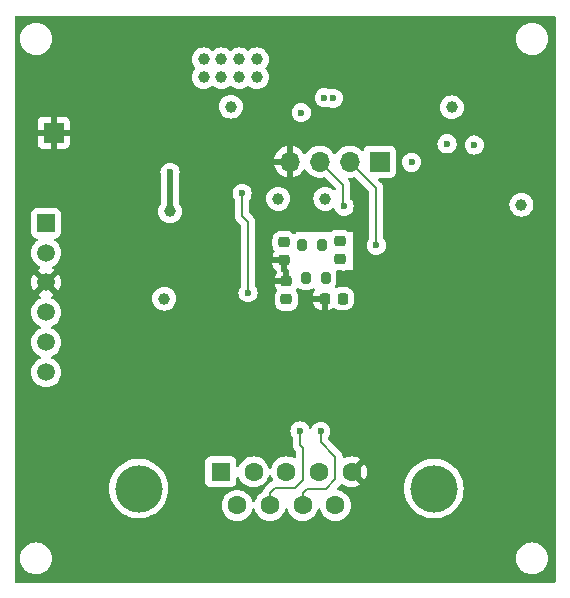
<source format=gbl>
G04 #@! TF.GenerationSoftware,KiCad,Pcbnew,7.0.7-7.0.7~ubuntu22.04.1*
G04 #@! TF.CreationDate,2023-09-20T09:52:15-03:00*
G04 #@! TF.ProjectId,CTB-02,4354422d-3032-42e6-9b69-6361645f7063,rev?*
G04 #@! TF.SameCoordinates,Original*
G04 #@! TF.FileFunction,Copper,L4,Bot*
G04 #@! TF.FilePolarity,Positive*
%FSLAX46Y46*%
G04 Gerber Fmt 4.6, Leading zero omitted, Abs format (unit mm)*
G04 Created by KiCad (PCBNEW 7.0.7-7.0.7~ubuntu22.04.1) date 2023-09-20 09:52:15*
%MOMM*%
%LPD*%
G01*
G04 APERTURE LIST*
G04 Aperture macros list*
%AMRoundRect*
0 Rectangle with rounded corners*
0 $1 Rounding radius*
0 $2 $3 $4 $5 $6 $7 $8 $9 X,Y pos of 4 corners*
0 Add a 4 corners polygon primitive as box body*
4,1,4,$2,$3,$4,$5,$6,$7,$8,$9,$2,$3,0*
0 Add four circle primitives for the rounded corners*
1,1,$1+$1,$2,$3*
1,1,$1+$1,$4,$5*
1,1,$1+$1,$6,$7*
1,1,$1+$1,$8,$9*
0 Add four rect primitives between the rounded corners*
20,1,$1+$1,$2,$3,$4,$5,0*
20,1,$1+$1,$4,$5,$6,$7,0*
20,1,$1+$1,$6,$7,$8,$9,0*
20,1,$1+$1,$8,$9,$2,$3,0*%
G04 Aperture macros list end*
G04 #@! TA.AperFunction,ComponentPad*
%ADD10R,1.508000X1.508000*%
G04 #@! TD*
G04 #@! TA.AperFunction,ComponentPad*
%ADD11C,1.508000*%
G04 #@! TD*
G04 #@! TA.AperFunction,ComponentPad*
%ADD12R,1.700000X1.700000*%
G04 #@! TD*
G04 #@! TA.AperFunction,ComponentPad*
%ADD13O,1.700000X1.700000*%
G04 #@! TD*
G04 #@! TA.AperFunction,ComponentPad*
%ADD14C,4.000000*%
G04 #@! TD*
G04 #@! TA.AperFunction,ComponentPad*
%ADD15R,1.600000X1.600000*%
G04 #@! TD*
G04 #@! TA.AperFunction,ComponentPad*
%ADD16C,1.600000*%
G04 #@! TD*
G04 #@! TA.AperFunction,SMDPad,CuDef*
%ADD17RoundRect,0.225000X-0.250000X0.225000X-0.250000X-0.225000X0.250000X-0.225000X0.250000X0.225000X0*%
G04 #@! TD*
G04 #@! TA.AperFunction,SMDPad,CuDef*
%ADD18RoundRect,0.225000X0.225000X0.250000X-0.225000X0.250000X-0.225000X-0.250000X0.225000X-0.250000X0*%
G04 #@! TD*
G04 #@! TA.AperFunction,SMDPad,CuDef*
%ADD19RoundRect,0.200000X-0.200000X-0.275000X0.200000X-0.275000X0.200000X0.275000X-0.200000X0.275000X0*%
G04 #@! TD*
G04 #@! TA.AperFunction,SMDPad,CuDef*
%ADD20RoundRect,0.200000X0.200000X0.275000X-0.200000X0.275000X-0.200000X-0.275000X0.200000X-0.275000X0*%
G04 #@! TD*
G04 #@! TA.AperFunction,SMDPad,CuDef*
%ADD21RoundRect,0.225000X0.250000X-0.225000X0.250000X0.225000X-0.250000X0.225000X-0.250000X-0.225000X0*%
G04 #@! TD*
G04 #@! TA.AperFunction,ViaPad*
%ADD22C,0.600000*%
G04 #@! TD*
G04 #@! TA.AperFunction,ViaPad*
%ADD23C,1.000000*%
G04 #@! TD*
G04 #@! TA.AperFunction,ViaPad*
%ADD24C,0.800000*%
G04 #@! TD*
G04 #@! TA.AperFunction,Conductor*
%ADD25C,0.200000*%
G04 #@! TD*
G04 #@! TA.AperFunction,Conductor*
%ADD26C,0.500000*%
G04 #@! TD*
G04 APERTURE END LIST*
D10*
X129650000Y-83625000D03*
D11*
X129650000Y-86125000D03*
X129650000Y-88625000D03*
X129650000Y-91165000D03*
X129650000Y-93705000D03*
X129650000Y-96245000D03*
D12*
X130300000Y-75950000D03*
X157900000Y-78400000D03*
D13*
X155360000Y-78400000D03*
X152820000Y-78400000D03*
X150280000Y-78400000D03*
D14*
X137490000Y-106089669D03*
X162490000Y-106089669D03*
D15*
X144450000Y-104669669D03*
D16*
X147220000Y-104669669D03*
X149990000Y-104669669D03*
X152760000Y-104669669D03*
X155530000Y-104669669D03*
X145835000Y-107509669D03*
X148605000Y-107509669D03*
X151375000Y-107509669D03*
X154145000Y-107509669D03*
D17*
X154500000Y-85125000D03*
X154500000Y-86675000D03*
D18*
X154775000Y-90000000D03*
X153225000Y-90000000D03*
D19*
X151675000Y-88250000D03*
X153325000Y-88250000D03*
D17*
X149800000Y-85225000D03*
X149800000Y-86775000D03*
D20*
X152975000Y-85500000D03*
X151325000Y-85500000D03*
D21*
X150000000Y-90075000D03*
X150000000Y-88525000D03*
D22*
X163600000Y-76900000D03*
D23*
X169900000Y-82050000D03*
X164000000Y-73800000D03*
D22*
X160600000Y-78450000D03*
D23*
X153300000Y-81550000D03*
D22*
X165900000Y-77000000D03*
D23*
X139650000Y-90000500D03*
D22*
X170400000Y-89150000D03*
D23*
X143000000Y-73800000D03*
D22*
X163600000Y-79850000D03*
X139750000Y-68500000D03*
X149800000Y-86800000D03*
X154500000Y-86700000D03*
D24*
X162100000Y-95650000D03*
D22*
X153000000Y-85500000D03*
D23*
X136800000Y-68550000D03*
X161700000Y-73750000D03*
D22*
X151200000Y-71200000D03*
X147700000Y-101250000D03*
X158500000Y-71500000D03*
X146000000Y-101250000D03*
X160600000Y-80000000D03*
X149400000Y-101200000D03*
X143800000Y-88100000D03*
D24*
X169600000Y-94750000D03*
D23*
X167550000Y-99112500D03*
D22*
X134900000Y-80300000D03*
X165900000Y-78600000D03*
X150000000Y-88550000D03*
X144450000Y-84350000D03*
X136137500Y-93862500D03*
X138325000Y-76550000D03*
X153250000Y-90000000D03*
X144250000Y-80000000D03*
D23*
X147500000Y-71250000D03*
D22*
X153962500Y-73037500D03*
D23*
X145300000Y-73750000D03*
X146000000Y-71250000D03*
X143000000Y-69750000D03*
D22*
X151250000Y-74250000D03*
D23*
X147500000Y-69750000D03*
X146000000Y-69750000D03*
D22*
X153200000Y-73000000D03*
D23*
X144500000Y-71250000D03*
X143000000Y-71250000D03*
X144500000Y-69750000D03*
D22*
X157600000Y-85500000D03*
X154880000Y-82200000D03*
X146749502Y-89498911D03*
X146250000Y-81100000D03*
D23*
X140150000Y-82600000D03*
D22*
X140150000Y-79300000D03*
X151150000Y-101200000D03*
X152900000Y-101250000D03*
X151350000Y-85500000D03*
X151700000Y-88250000D03*
D23*
X149300000Y-81550000D03*
D22*
X150000000Y-90100000D03*
X154800000Y-90000000D03*
X154500000Y-85150000D03*
X149800000Y-85200000D03*
X153350000Y-88250000D03*
D25*
X157600000Y-85500000D02*
X157600000Y-80640000D01*
X157600000Y-80640000D02*
X155360000Y-78400000D01*
X154880000Y-82200000D02*
X154800000Y-82120000D01*
X154800000Y-82120000D02*
X154800000Y-80380000D01*
X154800000Y-80380000D02*
X152820000Y-78400000D01*
X146749502Y-83499502D02*
X146749502Y-89498911D01*
X146250000Y-81100000D02*
X146250000Y-83000000D01*
X146250000Y-83000000D02*
X146749502Y-83499502D01*
D26*
X140150000Y-79350000D02*
X140137500Y-79337500D01*
X140150000Y-82600000D02*
X140150000Y-79350000D01*
D25*
X148605000Y-107509669D02*
X148605000Y-106445000D01*
X150700000Y-106050000D02*
X151400000Y-105350000D01*
X148605000Y-106445000D02*
X149000000Y-106050000D01*
X151150000Y-102400000D02*
X151150000Y-101200000D01*
X149000000Y-106050000D02*
X150700000Y-106050000D01*
X151400000Y-105350000D02*
X151400000Y-102650000D01*
X151400000Y-102650000D02*
X151150000Y-102400000D01*
X151375000Y-106475000D02*
X151750000Y-106100000D01*
X153350000Y-106100000D02*
X154150000Y-105300000D01*
X152900000Y-102150000D02*
X152900000Y-101250000D01*
X154150000Y-105300000D02*
X154150000Y-103400000D01*
X151375000Y-107509669D02*
X151375000Y-106475000D01*
X154150000Y-103400000D02*
X152900000Y-102150000D01*
X151750000Y-106100000D02*
X153350000Y-106100000D01*
G04 #@! TA.AperFunction,Conductor*
G36*
X172741621Y-66065502D02*
G01*
X172788114Y-66119158D01*
X172799500Y-66171500D01*
X172799500Y-113918500D01*
X172779498Y-113986621D01*
X172725842Y-114033114D01*
X172673500Y-114044500D01*
X127126500Y-114044500D01*
X127058379Y-114024498D01*
X127011886Y-113970842D01*
X127000500Y-113918500D01*
X127000500Y-112000000D01*
X127444341Y-112000000D01*
X127464937Y-112235411D01*
X127526096Y-112463661D01*
X127526098Y-112463665D01*
X127625966Y-112677832D01*
X127761498Y-112871392D01*
X127761502Y-112871397D01*
X127761505Y-112871401D01*
X127928599Y-113038495D01*
X127928603Y-113038498D01*
X127928607Y-113038501D01*
X128122167Y-113174033D01*
X128122166Y-113174033D01*
X128198304Y-113209536D01*
X128336337Y-113273903D01*
X128564592Y-113335063D01*
X128741034Y-113350500D01*
X128741035Y-113350500D01*
X128858965Y-113350500D01*
X128858966Y-113350500D01*
X129035408Y-113335063D01*
X129263663Y-113273903D01*
X129477829Y-113174035D01*
X129671401Y-113038495D01*
X129838495Y-112871401D01*
X129974035Y-112677830D01*
X130073903Y-112463663D01*
X130135063Y-112235408D01*
X130155659Y-112000000D01*
X169444341Y-112000000D01*
X169464937Y-112235411D01*
X169526096Y-112463661D01*
X169526098Y-112463665D01*
X169625966Y-112677832D01*
X169761498Y-112871392D01*
X169761502Y-112871397D01*
X169761505Y-112871401D01*
X169928599Y-113038495D01*
X169928603Y-113038498D01*
X169928607Y-113038501D01*
X170122167Y-113174033D01*
X170122166Y-113174033D01*
X170198304Y-113209536D01*
X170336337Y-113273903D01*
X170564592Y-113335063D01*
X170741034Y-113350500D01*
X170741035Y-113350500D01*
X170858965Y-113350500D01*
X170858966Y-113350500D01*
X171035408Y-113335063D01*
X171263663Y-113273903D01*
X171477829Y-113174035D01*
X171671401Y-113038495D01*
X171838495Y-112871401D01*
X171974035Y-112677830D01*
X172073903Y-112463663D01*
X172135063Y-112235408D01*
X172155659Y-112000000D01*
X172135063Y-111764592D01*
X172073903Y-111536337D01*
X171974035Y-111322171D01*
X171974034Y-111322169D01*
X171974033Y-111322167D01*
X171838501Y-111128607D01*
X171838497Y-111128602D01*
X171838495Y-111128599D01*
X171671401Y-110961505D01*
X171671397Y-110961502D01*
X171671392Y-110961498D01*
X171477832Y-110825966D01*
X171477833Y-110825966D01*
X171263665Y-110726098D01*
X171263661Y-110726096D01*
X171035411Y-110664937D01*
X170903076Y-110653359D01*
X170858966Y-110649500D01*
X170741034Y-110649500D01*
X170705745Y-110652587D01*
X170564588Y-110664937D01*
X170336338Y-110726096D01*
X170336334Y-110726098D01*
X170122167Y-110825966D01*
X169928607Y-110961498D01*
X169928596Y-110961507D01*
X169761507Y-111128596D01*
X169761502Y-111128602D01*
X169625965Y-111322169D01*
X169526098Y-111536334D01*
X169526096Y-111536338D01*
X169464937Y-111764588D01*
X169444341Y-112000000D01*
X130155659Y-112000000D01*
X130135063Y-111764592D01*
X130073903Y-111536337D01*
X129974035Y-111322171D01*
X129974034Y-111322169D01*
X129974033Y-111322167D01*
X129838501Y-111128607D01*
X129838497Y-111128602D01*
X129838495Y-111128599D01*
X129671401Y-110961505D01*
X129671397Y-110961502D01*
X129671392Y-110961498D01*
X129477832Y-110825966D01*
X129477833Y-110825966D01*
X129263665Y-110726098D01*
X129263661Y-110726096D01*
X129035411Y-110664937D01*
X128903076Y-110653359D01*
X128858966Y-110649500D01*
X128741034Y-110649500D01*
X128705745Y-110652587D01*
X128564588Y-110664937D01*
X128336338Y-110726096D01*
X128336334Y-110726098D01*
X128122167Y-110825966D01*
X127928607Y-110961498D01*
X127928596Y-110961507D01*
X127761507Y-111128596D01*
X127761502Y-111128602D01*
X127625965Y-111322169D01*
X127526098Y-111536334D01*
X127526096Y-111536338D01*
X127464937Y-111764588D01*
X127444341Y-112000000D01*
X127000500Y-112000000D01*
X127000500Y-106089675D01*
X134976540Y-106089675D01*
X134996357Y-106404676D01*
X134996359Y-106404693D01*
X135055504Y-106714736D01*
X135055507Y-106714749D01*
X135153039Y-107014923D01*
X135153044Y-107014935D01*
X135287438Y-107300538D01*
X135287440Y-107300541D01*
X135287443Y-107300547D01*
X135456562Y-107567037D01*
X135657763Y-107810247D01*
X135657766Y-107810249D01*
X135657767Y-107810251D01*
X135887860Y-108026323D01*
X136143221Y-108211853D01*
X136419821Y-108363916D01*
X136713298Y-108480112D01*
X137019025Y-108558609D01*
X137019033Y-108558610D01*
X137019032Y-108558610D01*
X137183129Y-108579339D01*
X137332179Y-108598169D01*
X137332183Y-108598169D01*
X137647817Y-108598169D01*
X137647821Y-108598169D01*
X137960975Y-108558609D01*
X138266702Y-108480112D01*
X138560179Y-108363916D01*
X138836779Y-108211853D01*
X139092140Y-108026323D01*
X139322233Y-107810251D01*
X139523432Y-107567044D01*
X139523434Y-107567039D01*
X139523437Y-107567037D01*
X139692556Y-107300547D01*
X139692562Y-107300538D01*
X139826956Y-107014935D01*
X139924495Y-106714741D01*
X139983641Y-106404689D01*
X139983642Y-106404676D01*
X140003460Y-106089675D01*
X140003460Y-106089662D01*
X139983642Y-105774661D01*
X139983640Y-105774644D01*
X139980076Y-105755962D01*
X139934743Y-105518318D01*
X143141500Y-105518318D01*
X143148009Y-105578865D01*
X143148011Y-105578873D01*
X143199110Y-105715871D01*
X143199112Y-105715876D01*
X143286738Y-105832930D01*
X143403792Y-105920556D01*
X143403794Y-105920557D01*
X143403796Y-105920558D01*
X143462875Y-105942593D01*
X143540795Y-105971657D01*
X143540803Y-105971659D01*
X143601350Y-105978168D01*
X143601355Y-105978168D01*
X143601362Y-105978169D01*
X143601368Y-105978169D01*
X145298632Y-105978169D01*
X145298638Y-105978169D01*
X145298645Y-105978168D01*
X145298649Y-105978168D01*
X145359196Y-105971659D01*
X145359199Y-105971658D01*
X145359201Y-105971658D01*
X145496204Y-105920558D01*
X145518389Y-105903951D01*
X145613261Y-105832930D01*
X145700887Y-105715876D01*
X145700887Y-105715875D01*
X145700889Y-105715873D01*
X145751989Y-105578870D01*
X145756077Y-105540852D01*
X145758499Y-105518318D01*
X145758500Y-105518301D01*
X145758500Y-105199995D01*
X145778502Y-105131874D01*
X145832158Y-105085381D01*
X145902432Y-105075277D01*
X145967012Y-105104771D01*
X145998695Y-105146746D01*
X146082475Y-105326416D01*
X146174025Y-105457162D01*
X146213802Y-105513969D01*
X146375700Y-105675867D01*
X146563251Y-105807192D01*
X146770757Y-105903953D01*
X146991913Y-105963212D01*
X147220000Y-105983167D01*
X147448087Y-105963212D01*
X147669243Y-105903953D01*
X147876749Y-105807192D01*
X148064300Y-105675867D01*
X148226198Y-105513969D01*
X148357523Y-105326418D01*
X148454284Y-105118912D01*
X148483293Y-105010646D01*
X148520245Y-104950025D01*
X148584105Y-104919004D01*
X148654600Y-104927432D01*
X148709347Y-104972635D01*
X148726707Y-105010648D01*
X148755715Y-105118909D01*
X148755717Y-105118915D01*
X148846115Y-105312775D01*
X148856776Y-105382967D01*
X148827796Y-105447780D01*
X148780140Y-105482433D01*
X148693125Y-105518476D01*
X148693123Y-105518477D01*
X148693122Y-105518478D01*
X148648372Y-105540852D01*
X148629042Y-105567644D01*
X148628476Y-105568081D01*
X148600607Y-105589466D01*
X148600598Y-105589473D01*
X148566012Y-105616013D01*
X148544035Y-105644653D01*
X148538597Y-105650853D01*
X148205852Y-105983598D01*
X148199651Y-105989036D01*
X148171011Y-106011014D01*
X148145460Y-106044311D01*
X148145440Y-106044339D01*
X148073473Y-106138127D01*
X148023470Y-106258851D01*
X148012162Y-106286148D01*
X148010106Y-106293822D01*
X147973153Y-106354444D01*
X147951415Y-106370319D01*
X147948249Y-106372147D01*
X147760708Y-106503464D01*
X147760697Y-106503473D01*
X147598804Y-106665366D01*
X147598799Y-106665372D01*
X147467477Y-106852919D01*
X147370717Y-107060422D01*
X147370715Y-107060428D01*
X147341707Y-107168689D01*
X147304755Y-107229312D01*
X147240894Y-107260333D01*
X147170400Y-107251905D01*
X147115653Y-107206702D01*
X147098293Y-107168689D01*
X147069284Y-107060426D01*
X146972523Y-106852920D01*
X146841198Y-106665369D01*
X146679300Y-106503471D01*
X146491749Y-106372146D01*
X146323782Y-106293822D01*
X146284246Y-106275386D01*
X146284240Y-106275384D01*
X146190771Y-106250339D01*
X146063087Y-106216126D01*
X145835000Y-106196171D01*
X145606913Y-106216126D01*
X145385759Y-106275384D01*
X145385753Y-106275386D01*
X145178250Y-106372146D01*
X144990703Y-106503468D01*
X144990697Y-106503473D01*
X144828804Y-106665366D01*
X144828799Y-106665372D01*
X144697477Y-106852919D01*
X144600717Y-107060422D01*
X144600716Y-107060426D01*
X144541457Y-107281582D01*
X144521502Y-107509669D01*
X144541457Y-107737756D01*
X144600716Y-107958912D01*
X144697477Y-108166418D01*
X144828802Y-108353969D01*
X144990700Y-108515867D01*
X145178251Y-108647192D01*
X145385757Y-108743953D01*
X145606913Y-108803212D01*
X145835000Y-108823167D01*
X146063087Y-108803212D01*
X146284243Y-108743953D01*
X146491749Y-108647192D01*
X146679300Y-108515867D01*
X146841198Y-108353969D01*
X146972523Y-108166418D01*
X147069284Y-107958912D01*
X147098293Y-107850646D01*
X147135245Y-107790025D01*
X147199105Y-107759004D01*
X147269600Y-107767432D01*
X147324347Y-107812635D01*
X147341705Y-107850645D01*
X147370716Y-107958912D01*
X147467477Y-108166418D01*
X147598802Y-108353969D01*
X147760700Y-108515867D01*
X147948251Y-108647192D01*
X148155757Y-108743953D01*
X148376913Y-108803212D01*
X148605000Y-108823167D01*
X148833087Y-108803212D01*
X149054243Y-108743953D01*
X149261749Y-108647192D01*
X149449300Y-108515867D01*
X149611198Y-108353969D01*
X149742523Y-108166418D01*
X149839284Y-107958912D01*
X149868293Y-107850646D01*
X149905245Y-107790025D01*
X149969105Y-107759004D01*
X150039600Y-107767432D01*
X150094347Y-107812635D01*
X150111705Y-107850645D01*
X150140716Y-107958912D01*
X150237477Y-108166418D01*
X150368802Y-108353969D01*
X150530700Y-108515867D01*
X150718251Y-108647192D01*
X150925757Y-108743953D01*
X151146913Y-108803212D01*
X151375000Y-108823167D01*
X151603087Y-108803212D01*
X151824243Y-108743953D01*
X152031749Y-108647192D01*
X152219300Y-108515867D01*
X152381198Y-108353969D01*
X152512523Y-108166418D01*
X152609284Y-107958912D01*
X152638293Y-107850646D01*
X152675245Y-107790025D01*
X152739105Y-107759004D01*
X152809600Y-107767432D01*
X152864347Y-107812635D01*
X152881705Y-107850645D01*
X152910716Y-107958912D01*
X153007477Y-108166418D01*
X153138802Y-108353969D01*
X153300700Y-108515867D01*
X153488251Y-108647192D01*
X153695757Y-108743953D01*
X153916913Y-108803212D01*
X154145000Y-108823167D01*
X154373087Y-108803212D01*
X154594243Y-108743953D01*
X154801749Y-108647192D01*
X154989300Y-108515867D01*
X155151198Y-108353969D01*
X155282523Y-108166418D01*
X155379284Y-107958912D01*
X155438543Y-107737756D01*
X155458498Y-107509669D01*
X155438543Y-107281582D01*
X155379284Y-107060426D01*
X155282523Y-106852920D01*
X155151198Y-106665369D01*
X154989300Y-106503471D01*
X154801749Y-106372146D01*
X154633782Y-106293822D01*
X154594246Y-106275386D01*
X154594240Y-106275384D01*
X154532538Y-106258851D01*
X154373087Y-106216126D01*
X154373083Y-106216125D01*
X154367774Y-106214703D01*
X154368169Y-106213226D01*
X154310922Y-106184836D01*
X154274468Y-106123913D01*
X154275564Y-106089675D01*
X159976540Y-106089675D01*
X159996357Y-106404676D01*
X159996359Y-106404693D01*
X160055504Y-106714736D01*
X160055507Y-106714749D01*
X160153039Y-107014923D01*
X160153044Y-107014935D01*
X160287438Y-107300538D01*
X160287440Y-107300541D01*
X160287443Y-107300547D01*
X160456562Y-107567037D01*
X160657763Y-107810247D01*
X160657766Y-107810249D01*
X160657767Y-107810251D01*
X160887860Y-108026323D01*
X161143221Y-108211853D01*
X161419821Y-108363916D01*
X161713298Y-108480112D01*
X162019025Y-108558609D01*
X162019033Y-108558610D01*
X162019032Y-108558610D01*
X162183129Y-108579339D01*
X162332179Y-108598169D01*
X162332183Y-108598169D01*
X162647817Y-108598169D01*
X162647821Y-108598169D01*
X162960975Y-108558609D01*
X163266702Y-108480112D01*
X163560179Y-108363916D01*
X163836779Y-108211853D01*
X164092140Y-108026323D01*
X164322233Y-107810251D01*
X164523432Y-107567044D01*
X164523434Y-107567039D01*
X164523437Y-107567037D01*
X164692556Y-107300547D01*
X164692562Y-107300538D01*
X164826956Y-107014935D01*
X164924495Y-106714741D01*
X164983641Y-106404689D01*
X164983642Y-106404676D01*
X165003460Y-106089675D01*
X165003460Y-106089662D01*
X164983642Y-105774661D01*
X164983640Y-105774644D01*
X164980076Y-105755962D01*
X164924495Y-105464597D01*
X164866565Y-105286307D01*
X164826960Y-105164414D01*
X164826955Y-105164401D01*
X164805551Y-105118915D01*
X164692562Y-104878800D01*
X164605466Y-104741558D01*
X164523437Y-104612300D01*
X164322236Y-104369090D01*
X164279213Y-104328689D01*
X164092140Y-104153015D01*
X164073321Y-104139342D01*
X163836781Y-103967486D01*
X163790020Y-103941779D01*
X163560179Y-103815422D01*
X163266702Y-103699226D01*
X162960975Y-103620729D01*
X162960970Y-103620728D01*
X162960965Y-103620727D01*
X162960967Y-103620727D01*
X162647835Y-103581170D01*
X162647824Y-103581169D01*
X162647821Y-103581169D01*
X162332179Y-103581169D01*
X162332176Y-103581169D01*
X162332164Y-103581170D01*
X162019033Y-103620727D01*
X161713301Y-103699225D01*
X161419821Y-103815422D01*
X161143218Y-103967486D01*
X160887861Y-104153014D01*
X160887860Y-104153014D01*
X160657763Y-104369090D01*
X160456562Y-104612300D01*
X160287443Y-104878790D01*
X160287436Y-104878804D01*
X160153044Y-105164401D01*
X160153039Y-105164414D01*
X160055507Y-105464588D01*
X160055504Y-105464601D01*
X159996359Y-105774644D01*
X159996357Y-105774661D01*
X159976540Y-106089662D01*
X159976540Y-106089675D01*
X154275564Y-106089675D01*
X154276739Y-106052952D01*
X154307341Y-106003206D01*
X154549160Y-105761387D01*
X154555341Y-105755966D01*
X154583987Y-105733987D01*
X154583993Y-105733978D01*
X154585653Y-105732320D01*
X154587410Y-105731360D01*
X154590540Y-105728959D01*
X154590914Y-105729446D01*
X154647963Y-105698291D01*
X154718779Y-105703351D01*
X154747025Y-105718197D01*
X154873501Y-105806756D01*
X155080926Y-105903480D01*
X155080931Y-105903482D01*
X155301999Y-105962717D01*
X155301995Y-105962717D01*
X155530000Y-105982664D01*
X155758002Y-105962717D01*
X155979068Y-105903482D01*
X155979073Y-105903480D01*
X156186497Y-105806757D01*
X156257888Y-105756768D01*
X156257888Y-105756767D01*
X155787427Y-105286307D01*
X155753402Y-105223994D01*
X155758466Y-105153179D01*
X155797145Y-105101509D01*
X155796289Y-105100522D01*
X155800830Y-105096586D01*
X155801013Y-105096343D01*
X155801510Y-105095997D01*
X155803095Y-105094622D01*
X155803100Y-105094621D01*
X155911761Y-105000467D01*
X155947824Y-104944350D01*
X156001478Y-104897858D01*
X156071752Y-104887753D01*
X156136333Y-104917245D01*
X156142918Y-104923376D01*
X156617098Y-105397557D01*
X156617099Y-105397557D01*
X156667088Y-105326166D01*
X156763811Y-105118742D01*
X156763813Y-105118737D01*
X156823048Y-104897671D01*
X156842995Y-104669669D01*
X156823048Y-104441666D01*
X156763813Y-104220600D01*
X156763811Y-104220595D01*
X156667086Y-104013167D01*
X156617100Y-103941779D01*
X156617098Y-103941779D01*
X156142916Y-104415961D01*
X156080604Y-104449986D01*
X156009788Y-104444921D01*
X155952953Y-104402374D01*
X155947836Y-104395005D01*
X155911761Y-104338871D01*
X155803100Y-104244717D01*
X155803098Y-104244716D01*
X155796289Y-104238816D01*
X155798312Y-104236480D01*
X155761912Y-104194478D01*
X155751802Y-104124205D01*
X155781290Y-104059621D01*
X155787426Y-104053030D01*
X156257888Y-103582568D01*
X156257888Y-103582567D01*
X156186501Y-103532582D01*
X155979073Y-103435857D01*
X155979068Y-103435855D01*
X155758000Y-103376620D01*
X155758004Y-103376620D01*
X155530000Y-103356673D01*
X155301997Y-103376620D01*
X155080931Y-103435855D01*
X155080921Y-103435859D01*
X154942284Y-103500506D01*
X154872093Y-103511167D01*
X154807280Y-103482187D01*
X154768424Y-103422767D01*
X154764113Y-103402757D01*
X154760158Y-103372717D01*
X154758500Y-103360120D01*
X154758500Y-103360115D01*
X154742838Y-103241150D01*
X154682310Y-103095024D01*
X154681664Y-103093307D01*
X154608477Y-102997929D01*
X154583989Y-102966016D01*
X154583987Y-102966013D01*
X154555341Y-102944032D01*
X154549148Y-102938600D01*
X153545405Y-101934856D01*
X153511379Y-101872544D01*
X153508500Y-101845761D01*
X153508500Y-101835993D01*
X153528502Y-101767872D01*
X153535999Y-101757421D01*
X153536104Y-101757287D01*
X153536111Y-101757281D01*
X153633043Y-101603015D01*
X153693217Y-101431047D01*
X153713616Y-101250000D01*
X153693217Y-101068953D01*
X153633043Y-100896985D01*
X153633041Y-100896982D01*
X153633041Y-100896981D01*
X153536112Y-100742720D01*
X153536111Y-100742718D01*
X153407281Y-100613888D01*
X153407279Y-100613887D01*
X153253018Y-100516958D01*
X153253015Y-100516957D01*
X153081050Y-100456784D01*
X153081049Y-100456783D01*
X153081047Y-100456783D01*
X152900000Y-100436384D01*
X152718953Y-100456783D01*
X152718950Y-100456783D01*
X152718949Y-100456784D01*
X152546984Y-100516957D01*
X152546981Y-100516958D01*
X152392720Y-100613887D01*
X152392718Y-100613888D01*
X152263888Y-100742718D01*
X152263887Y-100742720D01*
X152166958Y-100896981D01*
X152152676Y-100937797D01*
X152111296Y-100995488D01*
X152045295Y-101021650D01*
X151975628Y-101007975D01*
X151924413Y-100958807D01*
X151914822Y-100937806D01*
X151883043Y-100846985D01*
X151786112Y-100692720D01*
X151786111Y-100692718D01*
X151657281Y-100563888D01*
X151657279Y-100563887D01*
X151503018Y-100466958D01*
X151503015Y-100466957D01*
X151331050Y-100406784D01*
X151331049Y-100406783D01*
X151331047Y-100406783D01*
X151150000Y-100386384D01*
X150968953Y-100406783D01*
X150968950Y-100406783D01*
X150968949Y-100406784D01*
X150796984Y-100466957D01*
X150796981Y-100466958D01*
X150642720Y-100563887D01*
X150642718Y-100563888D01*
X150513888Y-100692718D01*
X150513887Y-100692720D01*
X150416958Y-100846981D01*
X150416957Y-100846984D01*
X150364994Y-100995488D01*
X150356783Y-101018953D01*
X150336384Y-101200000D01*
X150356783Y-101381047D01*
X150356783Y-101381049D01*
X150356784Y-101381050D01*
X150416957Y-101553015D01*
X150416958Y-101553018D01*
X150513883Y-101707273D01*
X150514001Y-101707421D01*
X150514047Y-101707534D01*
X150517653Y-101713273D01*
X150516648Y-101713904D01*
X150540844Y-101773148D01*
X150541500Y-101785993D01*
X150541500Y-102355988D01*
X150540960Y-102364219D01*
X150536250Y-102399998D01*
X150536250Y-102400001D01*
X150541218Y-102437738D01*
X150541219Y-102437748D01*
X150543737Y-102456876D01*
X150557161Y-102558849D01*
X150618475Y-102706874D01*
X150618477Y-102706877D01*
X150691522Y-102802071D01*
X150691525Y-102802074D01*
X150716014Y-102833988D01*
X150744651Y-102855962D01*
X150750844Y-102861393D01*
X150754595Y-102865144D01*
X150788621Y-102927456D01*
X150791500Y-102954239D01*
X150791500Y-103401863D01*
X150771498Y-103469984D01*
X150717842Y-103516477D01*
X150647568Y-103526581D01*
X150612251Y-103516058D01*
X150439250Y-103435388D01*
X150439246Y-103435386D01*
X150439243Y-103435385D01*
X150439241Y-103435384D01*
X150439240Y-103435384D01*
X150345771Y-103410339D01*
X150218087Y-103376126D01*
X149990000Y-103356171D01*
X149989999Y-103356171D01*
X149761913Y-103376126D01*
X149540759Y-103435384D01*
X149540753Y-103435386D01*
X149333250Y-103532146D01*
X149145703Y-103663468D01*
X149145697Y-103663473D01*
X148983804Y-103825366D01*
X148983799Y-103825372D01*
X148852477Y-104012919D01*
X148755717Y-104220422D01*
X148755715Y-104220428D01*
X148726707Y-104328689D01*
X148689755Y-104389312D01*
X148625894Y-104420333D01*
X148555400Y-104411905D01*
X148500653Y-104366702D01*
X148483293Y-104328689D01*
X148466318Y-104265338D01*
X148454284Y-104220426D01*
X148357523Y-104012920D01*
X148226198Y-103825369D01*
X148064300Y-103663471D01*
X148003255Y-103620727D01*
X147876749Y-103532146D01*
X147669246Y-103435386D01*
X147669240Y-103435384D01*
X147575771Y-103410339D01*
X147448087Y-103376126D01*
X147220000Y-103356171D01*
X146991913Y-103376126D01*
X146770759Y-103435384D01*
X146770753Y-103435386D01*
X146563250Y-103532146D01*
X146375703Y-103663468D01*
X146375697Y-103663473D01*
X146213804Y-103825366D01*
X146213799Y-103825372D01*
X146082477Y-104012919D01*
X145998695Y-104192592D01*
X145951778Y-104245877D01*
X145883501Y-104265338D01*
X145815541Y-104244796D01*
X145769475Y-104190774D01*
X145758500Y-104139342D01*
X145758500Y-103821036D01*
X145758499Y-103821019D01*
X145751990Y-103760472D01*
X145751988Y-103760464D01*
X145715811Y-103663473D01*
X145700889Y-103623465D01*
X145700888Y-103623463D01*
X145700887Y-103623461D01*
X145613261Y-103506407D01*
X145496207Y-103418781D01*
X145496202Y-103418779D01*
X145359204Y-103367680D01*
X145359196Y-103367678D01*
X145298649Y-103361169D01*
X145298638Y-103361169D01*
X143601362Y-103361169D01*
X143601350Y-103361169D01*
X143540803Y-103367678D01*
X143540795Y-103367680D01*
X143403797Y-103418779D01*
X143403792Y-103418781D01*
X143286738Y-103506407D01*
X143199112Y-103623461D01*
X143199110Y-103623466D01*
X143148011Y-103760464D01*
X143148009Y-103760472D01*
X143141500Y-103821019D01*
X143141500Y-105518318D01*
X139934743Y-105518318D01*
X139924495Y-105464597D01*
X139866565Y-105286307D01*
X139826960Y-105164414D01*
X139826955Y-105164401D01*
X139805551Y-105118915D01*
X139692562Y-104878800D01*
X139605466Y-104741558D01*
X139523437Y-104612300D01*
X139322236Y-104369090D01*
X139279213Y-104328689D01*
X139092140Y-104153015D01*
X139073321Y-104139342D01*
X138836781Y-103967486D01*
X138790020Y-103941779D01*
X138560179Y-103815422D01*
X138266702Y-103699226D01*
X137960975Y-103620729D01*
X137960970Y-103620728D01*
X137960965Y-103620727D01*
X137960967Y-103620727D01*
X137647835Y-103581170D01*
X137647824Y-103581169D01*
X137647821Y-103581169D01*
X137332179Y-103581169D01*
X137332176Y-103581169D01*
X137332164Y-103581170D01*
X137019033Y-103620727D01*
X136713301Y-103699225D01*
X136419821Y-103815422D01*
X136143218Y-103967486D01*
X135887861Y-104153014D01*
X135887860Y-104153014D01*
X135657763Y-104369090D01*
X135456562Y-104612300D01*
X135287443Y-104878790D01*
X135287436Y-104878804D01*
X135153044Y-105164401D01*
X135153039Y-105164414D01*
X135055507Y-105464588D01*
X135055504Y-105464601D01*
X134996359Y-105774644D01*
X134996357Y-105774661D01*
X134976540Y-106089662D01*
X134976540Y-106089675D01*
X127000500Y-106089675D01*
X127000500Y-96245000D01*
X128382677Y-96245000D01*
X128401930Y-96465068D01*
X128459106Y-96678450D01*
X128552466Y-96878662D01*
X128679174Y-97059620D01*
X128835380Y-97215826D01*
X129016338Y-97342534D01*
X129216550Y-97435894D01*
X129429932Y-97493070D01*
X129650000Y-97512323D01*
X129870068Y-97493070D01*
X130083450Y-97435894D01*
X130283662Y-97342534D01*
X130464620Y-97215826D01*
X130620826Y-97059620D01*
X130747534Y-96878662D01*
X130840894Y-96678450D01*
X130898070Y-96465068D01*
X130917323Y-96245000D01*
X130898070Y-96024932D01*
X130840894Y-95811550D01*
X130747534Y-95611339D01*
X130747533Y-95611338D01*
X130747532Y-95611335D01*
X130620830Y-95430384D01*
X130620827Y-95430381D01*
X130620820Y-95430374D01*
X130464620Y-95274174D01*
X130464613Y-95274169D01*
X130283660Y-95147464D01*
X130158699Y-95089195D01*
X130105413Y-95042278D01*
X130085952Y-94974001D01*
X130106494Y-94906041D01*
X130158699Y-94860805D01*
X130283660Y-94802535D01*
X130283660Y-94802534D01*
X130283662Y-94802534D01*
X130464620Y-94675826D01*
X130620826Y-94519620D01*
X130747534Y-94338662D01*
X130840894Y-94138450D01*
X130898070Y-93925068D01*
X130917323Y-93705000D01*
X130898070Y-93484932D01*
X130840894Y-93271550D01*
X130747534Y-93071339D01*
X130747533Y-93071338D01*
X130747532Y-93071335D01*
X130620830Y-92890384D01*
X130620827Y-92890381D01*
X130620820Y-92890374D01*
X130464620Y-92734174D01*
X130464613Y-92734169D01*
X130283660Y-92607464D01*
X130158699Y-92549195D01*
X130105413Y-92502278D01*
X130085952Y-92434001D01*
X130106494Y-92366041D01*
X130158699Y-92320805D01*
X130283660Y-92262535D01*
X130283660Y-92262534D01*
X130283662Y-92262534D01*
X130464620Y-92135826D01*
X130620826Y-91979620D01*
X130747534Y-91798662D01*
X130840894Y-91598450D01*
X130898070Y-91385068D01*
X130917323Y-91165000D01*
X130898070Y-90944932D01*
X130840894Y-90731550D01*
X130747534Y-90531339D01*
X130747533Y-90531338D01*
X130747532Y-90531335D01*
X130620830Y-90350384D01*
X130620827Y-90350381D01*
X130562572Y-90292126D01*
X130464620Y-90194174D01*
X130283662Y-90067466D01*
X130283661Y-90067465D01*
X130158106Y-90008918D01*
X130148549Y-90000503D01*
X138636620Y-90000503D01*
X138656090Y-90198194D01*
X138656091Y-90198200D01*
X138656092Y-90198201D01*
X138713759Y-90388304D01*
X138807405Y-90563504D01*
X138933432Y-90717068D01*
X139086996Y-90843095D01*
X139262196Y-90936741D01*
X139452299Y-90994408D01*
X139452303Y-90994408D01*
X139452305Y-90994409D01*
X139649997Y-91013880D01*
X139650000Y-91013880D01*
X139650003Y-91013880D01*
X139847694Y-90994409D01*
X139847695Y-90994408D01*
X139847701Y-90994408D01*
X140037804Y-90936741D01*
X140213004Y-90843095D01*
X140366568Y-90717068D01*
X140492595Y-90563504D01*
X140586241Y-90388304D01*
X140643908Y-90198201D01*
X140644305Y-90194178D01*
X140663380Y-90000503D01*
X140663380Y-90000496D01*
X140643909Y-89802805D01*
X140643908Y-89802803D01*
X140643908Y-89802799D01*
X140586241Y-89612696D01*
X140492595Y-89437496D01*
X140366568Y-89283932D01*
X140213004Y-89157905D01*
X140037804Y-89064259D01*
X139847701Y-89006592D01*
X139847700Y-89006591D01*
X139847694Y-89006590D01*
X139650003Y-88987120D01*
X139649997Y-88987120D01*
X139452305Y-89006590D01*
X139262195Y-89064259D01*
X139086995Y-89157905D01*
X138933432Y-89283932D01*
X138807405Y-89437495D01*
X138713759Y-89612695D01*
X138656090Y-89802805D01*
X138636620Y-90000496D01*
X138636620Y-90000503D01*
X130148549Y-90000503D01*
X130104821Y-89962001D01*
X130085360Y-89893723D01*
X130105902Y-89825763D01*
X130158107Y-89780528D01*
X130283404Y-89722102D01*
X130344860Y-89679070D01*
X129907427Y-89241638D01*
X129873402Y-89179325D01*
X129878466Y-89108510D01*
X129917145Y-89056840D01*
X129916289Y-89055853D01*
X129920830Y-89051917D01*
X129921013Y-89051674D01*
X129921510Y-89051328D01*
X129923095Y-89049953D01*
X129923100Y-89049952D01*
X130031761Y-88955798D01*
X130067824Y-88899681D01*
X130121478Y-88853189D01*
X130191752Y-88843084D01*
X130256333Y-88872576D01*
X130262918Y-88878707D01*
X130704070Y-89319860D01*
X130747101Y-89258406D01*
X130840420Y-89058281D01*
X130840422Y-89058276D01*
X130897574Y-88844979D01*
X130916820Y-88624999D01*
X130897574Y-88405020D01*
X130840422Y-88191723D01*
X130840420Y-88191718D01*
X130747099Y-87991590D01*
X130704069Y-87930139D01*
X130262916Y-88371292D01*
X130200604Y-88405317D01*
X130129788Y-88400252D01*
X130072953Y-88357705D01*
X130067836Y-88350336D01*
X130031761Y-88294202D01*
X129923100Y-88200048D01*
X129923098Y-88200047D01*
X129916289Y-88194147D01*
X129918312Y-88191811D01*
X129881912Y-88149809D01*
X129871802Y-88079536D01*
X129901290Y-88014952D01*
X129907426Y-88008361D01*
X130344860Y-87570928D01*
X130283412Y-87527902D01*
X130200996Y-87489471D01*
X130147711Y-87442554D01*
X130128250Y-87374277D01*
X130148792Y-87306317D01*
X130200997Y-87261081D01*
X130283662Y-87222534D01*
X130464620Y-87095826D01*
X130620826Y-86939620D01*
X130747534Y-86758662D01*
X130840894Y-86558450D01*
X130898070Y-86345068D01*
X130917323Y-86125000D01*
X130898070Y-85904932D01*
X130840894Y-85691550D01*
X130747534Y-85491339D01*
X130747533Y-85491338D01*
X130747532Y-85491335D01*
X130620830Y-85310384D01*
X130620827Y-85310381D01*
X130620820Y-85310374D01*
X130464620Y-85154174D01*
X130454349Y-85146982D01*
X130407926Y-85114476D01*
X130363598Y-85059019D01*
X130356289Y-84988399D01*
X130388320Y-84925039D01*
X130449521Y-84889054D01*
X130466730Y-84885985D01*
X130513196Y-84880990D01*
X130513199Y-84880989D01*
X130513201Y-84880989D01*
X130650204Y-84829889D01*
X130767261Y-84742261D01*
X130854889Y-84625204D01*
X130905989Y-84488201D01*
X130912500Y-84427638D01*
X130912500Y-82822362D01*
X130906502Y-82766567D01*
X130905990Y-82761803D01*
X130905988Y-82761795D01*
X130854889Y-82624797D01*
X130854887Y-82624792D01*
X130836330Y-82600003D01*
X139136620Y-82600003D01*
X139156090Y-82797694D01*
X139156091Y-82797700D01*
X139156092Y-82797701D01*
X139213759Y-82987804D01*
X139307405Y-83163004D01*
X139433432Y-83316568D01*
X139586996Y-83442595D01*
X139762196Y-83536241D01*
X139952299Y-83593908D01*
X139952303Y-83593908D01*
X139952305Y-83593909D01*
X140149997Y-83613380D01*
X140150000Y-83613380D01*
X140150003Y-83613380D01*
X140347694Y-83593909D01*
X140347695Y-83593908D01*
X140347701Y-83593908D01*
X140537804Y-83536241D01*
X140713004Y-83442595D01*
X140866568Y-83316568D01*
X140992595Y-83163004D01*
X141086241Y-82987804D01*
X141143908Y-82797701D01*
X141146975Y-82766568D01*
X141163380Y-82600003D01*
X141163380Y-82599996D01*
X141143909Y-82402305D01*
X141143908Y-82402303D01*
X141143908Y-82402299D01*
X141086241Y-82212196D01*
X140992595Y-82036996D01*
X140992593Y-82036992D01*
X140937101Y-81969375D01*
X140909347Y-81904028D01*
X140908500Y-81889442D01*
X140908500Y-81100000D01*
X145436384Y-81100000D01*
X145456783Y-81281047D01*
X145456783Y-81281049D01*
X145456784Y-81281050D01*
X145516957Y-81453015D01*
X145516958Y-81453017D01*
X145613890Y-81607283D01*
X145614009Y-81607432D01*
X145614055Y-81607546D01*
X145617654Y-81613273D01*
X145616651Y-81613903D01*
X145640845Y-81673161D01*
X145641500Y-81685993D01*
X145641500Y-82955988D01*
X145640960Y-82964219D01*
X145636250Y-82999998D01*
X145636250Y-83000001D01*
X145641218Y-83037738D01*
X145641219Y-83037748D01*
X145641500Y-83039879D01*
X145641500Y-83039885D01*
X145641981Y-83043537D01*
X145646243Y-83075910D01*
X145657161Y-83158849D01*
X145718475Y-83306874D01*
X145718477Y-83306877D01*
X145791522Y-83402071D01*
X145791525Y-83402074D01*
X145816014Y-83433988D01*
X145844651Y-83455962D01*
X145850844Y-83461393D01*
X145983359Y-83593908D01*
X146104097Y-83714646D01*
X146138123Y-83776958D01*
X146141002Y-83803741D01*
X146141002Y-88912917D01*
X146121000Y-88981038D01*
X146113510Y-88991481D01*
X146113385Y-88991636D01*
X146016460Y-89145892D01*
X146016459Y-89145895D01*
X145965350Y-89291959D01*
X145956285Y-89317864D01*
X145935886Y-89498911D01*
X145956285Y-89679958D01*
X145956285Y-89679960D01*
X145956286Y-89679961D01*
X146016459Y-89851926D01*
X146016460Y-89851929D01*
X146113389Y-90006190D01*
X146113390Y-90006192D01*
X146242220Y-90135022D01*
X146242222Y-90135023D01*
X146396483Y-90231952D01*
X146396484Y-90231952D01*
X146396487Y-90231954D01*
X146568455Y-90292128D01*
X146749502Y-90312527D01*
X146930549Y-90292128D01*
X147102517Y-90231954D01*
X147256783Y-90135022D01*
X147385613Y-90006192D01*
X147482545Y-89851926D01*
X147542719Y-89679958D01*
X147563118Y-89498911D01*
X147542719Y-89317864D01*
X147482545Y-89145896D01*
X147482543Y-89145893D01*
X147482543Y-89145892D01*
X147385618Y-88991636D01*
X147385494Y-88991481D01*
X147385445Y-88991361D01*
X147381849Y-88985638D01*
X147382851Y-88985008D01*
X147358657Y-88925752D01*
X147358002Y-88912917D01*
X147358002Y-87029000D01*
X148817000Y-87029000D01*
X148817000Y-87048852D01*
X148827255Y-87149229D01*
X148827257Y-87149241D01*
X148881152Y-87311884D01*
X148971109Y-87457728D01*
X148971114Y-87457734D01*
X149092265Y-87578885D01*
X149092271Y-87578890D01*
X149168306Y-87625789D01*
X149215784Y-87678575D01*
X149227187Y-87748650D01*
X149198894Y-87813766D01*
X149191256Y-87822124D01*
X149171109Y-87842271D01*
X149081152Y-87988115D01*
X149027257Y-88150758D01*
X149027255Y-88150770D01*
X149017000Y-88251147D01*
X149017000Y-88271000D01*
X149746000Y-88271000D01*
X149746000Y-87773000D01*
X149672000Y-87773000D01*
X149603879Y-87752998D01*
X149557386Y-87699342D01*
X149546000Y-87647000D01*
X149546000Y-87029000D01*
X148817000Y-87029000D01*
X147358002Y-87029000D01*
X147358002Y-85498880D01*
X148816499Y-85498880D01*
X148826763Y-85599333D01*
X148826764Y-85599336D01*
X148880698Y-85762101D01*
X148970715Y-85908040D01*
X148973928Y-85911253D01*
X149007956Y-85973561D01*
X149002895Y-86044377D01*
X148973938Y-86089442D01*
X148971112Y-86092267D01*
X148971109Y-86092271D01*
X148881152Y-86238115D01*
X148827257Y-86400758D01*
X148827255Y-86400770D01*
X148817000Y-86501147D01*
X148817000Y-86521000D01*
X149928000Y-86521000D01*
X149996121Y-86541002D01*
X150042614Y-86594658D01*
X150054000Y-86647000D01*
X150054000Y-87527000D01*
X150128000Y-87527000D01*
X150196121Y-87547002D01*
X150242614Y-87600658D01*
X150254000Y-87653000D01*
X150254000Y-88653000D01*
X150233998Y-88721121D01*
X150180342Y-88767614D01*
X150128000Y-88779000D01*
X149017000Y-88779000D01*
X149017000Y-88798852D01*
X149027255Y-88899229D01*
X149027257Y-88899241D01*
X149081152Y-89061884D01*
X149171109Y-89207728D01*
X149171114Y-89207734D01*
X149173932Y-89210552D01*
X149175248Y-89212963D01*
X149175662Y-89213486D01*
X149175572Y-89213556D01*
X149207958Y-89272864D01*
X149202893Y-89343679D01*
X149173932Y-89388742D01*
X149170720Y-89391953D01*
X149170715Y-89391959D01*
X149080698Y-89537899D01*
X149026763Y-89700666D01*
X149016500Y-89801119D01*
X149016500Y-90348880D01*
X149016499Y-90348880D01*
X149026763Y-90449333D01*
X149026764Y-90449336D01*
X149080698Y-90612101D01*
X149145443Y-90717068D01*
X149170715Y-90758040D01*
X149170720Y-90758046D01*
X149291953Y-90879279D01*
X149291959Y-90879284D01*
X149291960Y-90879285D01*
X149437899Y-90969302D01*
X149600664Y-91023236D01*
X149620756Y-91025288D01*
X149701120Y-91033500D01*
X149701128Y-91033500D01*
X150298880Y-91033500D01*
X150371936Y-91026035D01*
X150399336Y-91023236D01*
X150562101Y-90969302D01*
X150708040Y-90879285D01*
X150829285Y-90758040D01*
X150919302Y-90612101D01*
X150973236Y-90449336D01*
X150976035Y-90421936D01*
X150983500Y-90348880D01*
X150983500Y-90254000D01*
X152267000Y-90254000D01*
X152267000Y-90298852D01*
X152277255Y-90399229D01*
X152277257Y-90399241D01*
X152331152Y-90561884D01*
X152421109Y-90707728D01*
X152421114Y-90707734D01*
X152542265Y-90828885D01*
X152542271Y-90828890D01*
X152688115Y-90918847D01*
X152850758Y-90972742D01*
X152850770Y-90972744D01*
X152951147Y-90982999D01*
X152951147Y-90983000D01*
X152971000Y-90983000D01*
X152971000Y-90254000D01*
X152267000Y-90254000D01*
X150983500Y-90254000D01*
X150983500Y-89801119D01*
X150973236Y-89700666D01*
X150973236Y-89700664D01*
X150919302Y-89537899D01*
X150829285Y-89391960D01*
X150826070Y-89388745D01*
X150792043Y-89326438D01*
X150797104Y-89255622D01*
X150826072Y-89210546D01*
X150828890Y-89207727D01*
X150873594Y-89135252D01*
X150926380Y-89087774D01*
X150996455Y-89076371D01*
X151046017Y-89093570D01*
X151182087Y-89175827D01*
X151182091Y-89175828D01*
X151182093Y-89175829D01*
X151197719Y-89180698D01*
X151346351Y-89227013D01*
X151417735Y-89233500D01*
X151932264Y-89233499D01*
X152003649Y-89227013D01*
X152167913Y-89175827D01*
X152240126Y-89132172D01*
X152308768Y-89114048D01*
X152376314Y-89135913D01*
X152421316Y-89190825D01*
X152429487Y-89261350D01*
X152412550Y-89306147D01*
X152331154Y-89438111D01*
X152331153Y-89438114D01*
X152277257Y-89600758D01*
X152277255Y-89600770D01*
X152267000Y-89701147D01*
X152267000Y-89746000D01*
X153353000Y-89746000D01*
X153421121Y-89766002D01*
X153467614Y-89819658D01*
X153479000Y-89872000D01*
X153479000Y-90983000D01*
X153498853Y-90983000D01*
X153498852Y-90982999D01*
X153599229Y-90972744D01*
X153599241Y-90972742D01*
X153761884Y-90918847D01*
X153907727Y-90828890D01*
X153910546Y-90826072D01*
X153912960Y-90824753D01*
X153913486Y-90824338D01*
X153913556Y-90824427D01*
X153972856Y-90792043D01*
X154043672Y-90797104D01*
X154088745Y-90826070D01*
X154091960Y-90829285D01*
X154237899Y-90919302D01*
X154400664Y-90973236D01*
X154420756Y-90975288D01*
X154501120Y-90983500D01*
X154501128Y-90983500D01*
X155048880Y-90983500D01*
X155121936Y-90976035D01*
X155149336Y-90973236D01*
X155312101Y-90919302D01*
X155458040Y-90829285D01*
X155579285Y-90708040D01*
X155669302Y-90562101D01*
X155723236Y-90399336D01*
X155728392Y-90348872D01*
X155733500Y-90298880D01*
X155733500Y-89701119D01*
X155723247Y-89600770D01*
X155723236Y-89600664D01*
X155669302Y-89437899D01*
X155579285Y-89291960D01*
X155579284Y-89291959D01*
X155579279Y-89291953D01*
X155458046Y-89170720D01*
X155458040Y-89170715D01*
X155417796Y-89145892D01*
X155312101Y-89080698D01*
X155149336Y-89026764D01*
X155149333Y-89026763D01*
X155048880Y-89016500D01*
X155048872Y-89016500D01*
X154501128Y-89016500D01*
X154501120Y-89016500D01*
X154400666Y-89026763D01*
X154345495Y-89045044D01*
X154285713Y-89064854D01*
X154214761Y-89067294D01*
X154153751Y-89030985D01*
X154122055Y-88967456D01*
X154129738Y-88896877D01*
X154138255Y-88880064D01*
X154175827Y-88817913D01*
X154227013Y-88653649D01*
X154233500Y-88582265D01*
X154233499Y-87917736D01*
X154227013Y-87846351D01*
X154203495Y-87770881D01*
X154202326Y-87699898D01*
X154234702Y-87644298D01*
X154242102Y-87636899D01*
X154304416Y-87602878D01*
X154331191Y-87600000D01*
X154668809Y-87600000D01*
X154736930Y-87620002D01*
X154753059Y-87633000D01*
X154798853Y-87633000D01*
X154798852Y-87632999D01*
X154899229Y-87622744D01*
X154899241Y-87622742D01*
X154948570Y-87606396D01*
X154988203Y-87600000D01*
X155600000Y-87600000D01*
X155600000Y-84400000D01*
X155339515Y-84400000D01*
X155271394Y-84379998D01*
X155250424Y-84363099D01*
X155208040Y-84320715D01*
X155062101Y-84230698D01*
X154899336Y-84176764D01*
X154899333Y-84176763D01*
X154798880Y-84166500D01*
X154798872Y-84166500D01*
X154201128Y-84166500D01*
X154201120Y-84166500D01*
X154100666Y-84176763D01*
X153937899Y-84230698D01*
X153791959Y-84320715D01*
X153791959Y-84320716D01*
X153749578Y-84363096D01*
X153687270Y-84397120D01*
X153660485Y-84400000D01*
X150800000Y-84400000D01*
X150800000Y-84408483D01*
X150779998Y-84476604D01*
X150726342Y-84523097D01*
X150656068Y-84533201D01*
X150591488Y-84503707D01*
X150584905Y-84497579D01*
X150508041Y-84420716D01*
X150508040Y-84420715D01*
X150414624Y-84363095D01*
X150362101Y-84330698D01*
X150199336Y-84276764D01*
X150199333Y-84276763D01*
X150098880Y-84266500D01*
X150098872Y-84266500D01*
X149501128Y-84266500D01*
X149501120Y-84266500D01*
X149400666Y-84276763D01*
X149237899Y-84330698D01*
X149091959Y-84420715D01*
X149091953Y-84420720D01*
X148970720Y-84541953D01*
X148970715Y-84541959D01*
X148880698Y-84687899D01*
X148826763Y-84850666D01*
X148816500Y-84951119D01*
X148816500Y-85498880D01*
X148816499Y-85498880D01*
X147358002Y-85498880D01*
X147358002Y-83543520D01*
X147358542Y-83535288D01*
X147363253Y-83499502D01*
X147363253Y-83499501D01*
X147350426Y-83402072D01*
X147342340Y-83340652D01*
X147319690Y-83285970D01*
X147281027Y-83192626D01*
X147206403Y-83095375D01*
X147206373Y-83095338D01*
X147191465Y-83075910D01*
X147183489Y-83065515D01*
X147180707Y-83063380D01*
X147154848Y-83043537D01*
X147148655Y-83038106D01*
X146895405Y-82784856D01*
X146861379Y-82722544D01*
X146858500Y-82695761D01*
X146858500Y-81685993D01*
X146878502Y-81617872D01*
X146885999Y-81607421D01*
X146886104Y-81607287D01*
X146886111Y-81607281D01*
X146922101Y-81550003D01*
X148286620Y-81550003D01*
X148306090Y-81747694D01*
X148306091Y-81747700D01*
X148306092Y-81747701D01*
X148363759Y-81937804D01*
X148457405Y-82113004D01*
X148583432Y-82266568D01*
X148736996Y-82392595D01*
X148912196Y-82486241D01*
X149102299Y-82543908D01*
X149102303Y-82543908D01*
X149102305Y-82543909D01*
X149299997Y-82563380D01*
X149300000Y-82563380D01*
X149300003Y-82563380D01*
X149497694Y-82543909D01*
X149497695Y-82543908D01*
X149497701Y-82543908D01*
X149687804Y-82486241D01*
X149863004Y-82392595D01*
X150016568Y-82266568D01*
X150142595Y-82113004D01*
X150236241Y-81937804D01*
X150293908Y-81747701D01*
X150299324Y-81692720D01*
X150313380Y-81550003D01*
X150313380Y-81549996D01*
X150293909Y-81352305D01*
X150293908Y-81352303D01*
X150293908Y-81352299D01*
X150236241Y-81162196D01*
X150142595Y-80986996D01*
X150016568Y-80833432D01*
X149863004Y-80707405D01*
X149687804Y-80613759D01*
X149497701Y-80556092D01*
X149497700Y-80556091D01*
X149497694Y-80556090D01*
X149300003Y-80536620D01*
X149299997Y-80536620D01*
X149102305Y-80556090D01*
X148912195Y-80613759D01*
X148736995Y-80707405D01*
X148583432Y-80833432D01*
X148457405Y-80986995D01*
X148363759Y-81162195D01*
X148306090Y-81352305D01*
X148286620Y-81549996D01*
X148286620Y-81550003D01*
X146922101Y-81550003D01*
X146983043Y-81453015D01*
X147043217Y-81281047D01*
X147063616Y-81100000D01*
X147043217Y-80918953D01*
X146983043Y-80746985D01*
X146983041Y-80746982D01*
X146983041Y-80746981D01*
X146886112Y-80592720D01*
X146886111Y-80592718D01*
X146757281Y-80463888D01*
X146757279Y-80463887D01*
X146603018Y-80366958D01*
X146603015Y-80366957D01*
X146431050Y-80306784D01*
X146431049Y-80306783D01*
X146431047Y-80306783D01*
X146250000Y-80286384D01*
X146068953Y-80306783D01*
X146068950Y-80306783D01*
X146068949Y-80306784D01*
X145896984Y-80366957D01*
X145896981Y-80366958D01*
X145742720Y-80463887D01*
X145742718Y-80463888D01*
X145613888Y-80592718D01*
X145613887Y-80592720D01*
X145516958Y-80746981D01*
X145516957Y-80746984D01*
X145457307Y-80917456D01*
X145456783Y-80918953D01*
X145436384Y-81100000D01*
X140908500Y-81100000D01*
X140908500Y-79601669D01*
X140915571Y-79560054D01*
X140922172Y-79541189D01*
X140943217Y-79481047D01*
X140963616Y-79300000D01*
X140943217Y-79118953D01*
X140883043Y-78946985D01*
X140883041Y-78946982D01*
X140883041Y-78946981D01*
X140786112Y-78792720D01*
X140786111Y-78792718D01*
X140657281Y-78663888D01*
X140657279Y-78663887D01*
X140641544Y-78654000D01*
X148943455Y-78654000D01*
X148991176Y-78842449D01*
X148991179Y-78842456D01*
X149081580Y-79048548D01*
X149204674Y-79236958D01*
X149357097Y-79402534D01*
X149534698Y-79540767D01*
X149534699Y-79540768D01*
X149732628Y-79647882D01*
X149732630Y-79647883D01*
X149945483Y-79720955D01*
X149945492Y-79720957D01*
X150026000Y-79734391D01*
X150026000Y-79014033D01*
X150046002Y-78945912D01*
X150099658Y-78899419D01*
X150169926Y-78889315D01*
X150244237Y-78900000D01*
X150315763Y-78900000D01*
X150390069Y-78889316D01*
X150460341Y-78899419D01*
X150513997Y-78945911D01*
X150534000Y-79014031D01*
X150534000Y-79734390D01*
X150614507Y-79720957D01*
X150614516Y-79720955D01*
X150827369Y-79647883D01*
X150827371Y-79647882D01*
X151025300Y-79540768D01*
X151025301Y-79540767D01*
X151202902Y-79402534D01*
X151355327Y-79236955D01*
X151444217Y-79100899D01*
X151498220Y-79054810D01*
X151568568Y-79045235D01*
X151632925Y-79075212D01*
X151655183Y-79100898D01*
X151744279Y-79237270D01*
X151896762Y-79402908D01*
X151951331Y-79445381D01*
X152074424Y-79541189D01*
X152272426Y-79648342D01*
X152272427Y-79648342D01*
X152272428Y-79648343D01*
X152384227Y-79686723D01*
X152485365Y-79721444D01*
X152707431Y-79758500D01*
X152707435Y-79758500D01*
X152932565Y-79758500D01*
X152932569Y-79758500D01*
X153154635Y-79721444D01*
X153174232Y-79714715D01*
X153245155Y-79711512D01*
X153304240Y-79744789D01*
X154154597Y-80595146D01*
X154188620Y-80657455D01*
X154191500Y-80684238D01*
X154191500Y-80710590D01*
X154171498Y-80778711D01*
X154117842Y-80825204D01*
X154047568Y-80835308D01*
X153985566Y-80807989D01*
X153863004Y-80707405D01*
X153687804Y-80613759D01*
X153626432Y-80595142D01*
X153497701Y-80556092D01*
X153497700Y-80556091D01*
X153497694Y-80556090D01*
X153300003Y-80536620D01*
X153299997Y-80536620D01*
X153102305Y-80556090D01*
X152912195Y-80613759D01*
X152736995Y-80707405D01*
X152583432Y-80833432D01*
X152457405Y-80986995D01*
X152363759Y-81162195D01*
X152306090Y-81352305D01*
X152286620Y-81549996D01*
X152286620Y-81550003D01*
X152306090Y-81747694D01*
X152306091Y-81747700D01*
X152306092Y-81747701D01*
X152363759Y-81937804D01*
X152457405Y-82113004D01*
X152583432Y-82266568D01*
X152736996Y-82392595D01*
X152912196Y-82486241D01*
X153102299Y-82543908D01*
X153102303Y-82543908D01*
X153102305Y-82543909D01*
X153299997Y-82563380D01*
X153300000Y-82563380D01*
X153300003Y-82563380D01*
X153497694Y-82543909D01*
X153497695Y-82543908D01*
X153497701Y-82543908D01*
X153687804Y-82486241D01*
X153863004Y-82392595D01*
X153900665Y-82361686D01*
X153966012Y-82333933D01*
X154035990Y-82345914D01*
X154088382Y-82393827D01*
X154099528Y-82417471D01*
X154146957Y-82553015D01*
X154146958Y-82553018D01*
X154243887Y-82707279D01*
X154243888Y-82707281D01*
X154372718Y-82836111D01*
X154372720Y-82836112D01*
X154526981Y-82933041D01*
X154526982Y-82933041D01*
X154526985Y-82933043D01*
X154698953Y-82993217D01*
X154880000Y-83013616D01*
X155061047Y-82993217D01*
X155233015Y-82933043D01*
X155387281Y-82836111D01*
X155516111Y-82707281D01*
X155613043Y-82553015D01*
X155673217Y-82381047D01*
X155693616Y-82200000D01*
X155673217Y-82018953D01*
X155613043Y-81846985D01*
X155613041Y-81846982D01*
X155613041Y-81846981D01*
X155516112Y-81692720D01*
X155516111Y-81692718D01*
X155445405Y-81622012D01*
X155411379Y-81559700D01*
X155408500Y-81532917D01*
X155408500Y-80424011D01*
X155409040Y-80415779D01*
X155413750Y-80380000D01*
X155413750Y-80379999D01*
X155408500Y-80340121D01*
X155408500Y-80340120D01*
X155408500Y-80340115D01*
X155392838Y-80221150D01*
X155344977Y-80105602D01*
X155331524Y-80073124D01*
X155331519Y-80073117D01*
X155256901Y-79975873D01*
X155256871Y-79975836D01*
X155245643Y-79961203D01*
X155220043Y-79894983D01*
X155234308Y-79825434D01*
X155283909Y-79774639D01*
X155345606Y-79758500D01*
X155472565Y-79758500D01*
X155472569Y-79758500D01*
X155694635Y-79721444D01*
X155714232Y-79714715D01*
X155785155Y-79711512D01*
X155844243Y-79744792D01*
X156954595Y-80855144D01*
X156988621Y-80917456D01*
X156991500Y-80944239D01*
X156991500Y-84914006D01*
X156971498Y-84982127D01*
X156964014Y-84992561D01*
X156963890Y-84992715D01*
X156866958Y-85146982D01*
X156866957Y-85146984D01*
X156809783Y-85310380D01*
X156806783Y-85318953D01*
X156786384Y-85500000D01*
X156806783Y-85681047D01*
X156806783Y-85681049D01*
X156806784Y-85681050D01*
X156866957Y-85853015D01*
X156866958Y-85853018D01*
X156963887Y-86007279D01*
X156963888Y-86007281D01*
X157092718Y-86136111D01*
X157092720Y-86136112D01*
X157246981Y-86233041D01*
X157246982Y-86233041D01*
X157246985Y-86233043D01*
X157418953Y-86293217D01*
X157600000Y-86313616D01*
X157781047Y-86293217D01*
X157953015Y-86233043D01*
X158107281Y-86136111D01*
X158236111Y-86007281D01*
X158333043Y-85853015D01*
X158393217Y-85681047D01*
X158413616Y-85500000D01*
X158393217Y-85318953D01*
X158333043Y-85146985D01*
X158333041Y-85146982D01*
X158333041Y-85146981D01*
X158236116Y-84992725D01*
X158235992Y-84992570D01*
X158235943Y-84992450D01*
X158232347Y-84986727D01*
X158233349Y-84986097D01*
X158209155Y-84926841D01*
X158208500Y-84914006D01*
X158208500Y-82050003D01*
X168886620Y-82050003D01*
X168906090Y-82247694D01*
X168906091Y-82247700D01*
X168906092Y-82247701D01*
X168963759Y-82437804D01*
X169057405Y-82613004D01*
X169183432Y-82766568D01*
X169336996Y-82892595D01*
X169512196Y-82986241D01*
X169702299Y-83043908D01*
X169702303Y-83043908D01*
X169702305Y-83043909D01*
X169899997Y-83063380D01*
X169900000Y-83063380D01*
X169900003Y-83063380D01*
X170097694Y-83043909D01*
X170097695Y-83043908D01*
X170097701Y-83043908D01*
X170287804Y-82986241D01*
X170463004Y-82892595D01*
X170616568Y-82766568D01*
X170742595Y-82613004D01*
X170836241Y-82437804D01*
X170893908Y-82247701D01*
X170913380Y-82050000D01*
X170913380Y-82049996D01*
X170893909Y-81852305D01*
X170893908Y-81852303D01*
X170893908Y-81852299D01*
X170836241Y-81662196D01*
X170742595Y-81486996D01*
X170616568Y-81333432D01*
X170463004Y-81207405D01*
X170287804Y-81113759D01*
X170097701Y-81056092D01*
X170097700Y-81056091D01*
X170097694Y-81056090D01*
X169900003Y-81036620D01*
X169899997Y-81036620D01*
X169702305Y-81056090D01*
X169512195Y-81113759D01*
X169336995Y-81207405D01*
X169183432Y-81333432D01*
X169057405Y-81486995D01*
X168963759Y-81662195D01*
X168906090Y-81852305D01*
X168886620Y-82049996D01*
X168886620Y-82050003D01*
X158208500Y-82050003D01*
X158208500Y-80684010D01*
X158209040Y-80675778D01*
X158211452Y-80657455D01*
X158213750Y-80640000D01*
X158208500Y-80600122D01*
X158208500Y-80600115D01*
X158192838Y-80481150D01*
X158131524Y-80333125D01*
X158095658Y-80286384D01*
X158058477Y-80237928D01*
X158058474Y-80237925D01*
X158033987Y-80206013D01*
X158033986Y-80206012D01*
X158005346Y-80184035D01*
X157999153Y-80178604D01*
X157794144Y-79973594D01*
X157760118Y-79911283D01*
X157765183Y-79840468D01*
X157807730Y-79783632D01*
X157874250Y-79758821D01*
X157883239Y-79758500D01*
X158798632Y-79758500D01*
X158798638Y-79758500D01*
X158798645Y-79758499D01*
X158798649Y-79758499D01*
X158859196Y-79751990D01*
X158859199Y-79751989D01*
X158859201Y-79751989D01*
X158996204Y-79700889D01*
X159066399Y-79648342D01*
X159113261Y-79613261D01*
X159200887Y-79496207D01*
X159200887Y-79496206D01*
X159200889Y-79496204D01*
X159251989Y-79359201D01*
X159258500Y-79298638D01*
X159258500Y-78450000D01*
X159786384Y-78450000D01*
X159806783Y-78631047D01*
X159806783Y-78631049D01*
X159806784Y-78631050D01*
X159866957Y-78803015D01*
X159866958Y-78803018D01*
X159963887Y-78957279D01*
X159963888Y-78957281D01*
X160092718Y-79086111D01*
X160092720Y-79086112D01*
X160246981Y-79183041D01*
X160246982Y-79183041D01*
X160246985Y-79183043D01*
X160418953Y-79243217D01*
X160600000Y-79263616D01*
X160781047Y-79243217D01*
X160953015Y-79183043D01*
X161107281Y-79086111D01*
X161236111Y-78957281D01*
X161333043Y-78803015D01*
X161393217Y-78631047D01*
X161413616Y-78450000D01*
X161393217Y-78268953D01*
X161333043Y-78096985D01*
X161333041Y-78096982D01*
X161333041Y-78096981D01*
X161236112Y-77942720D01*
X161236111Y-77942718D01*
X161107281Y-77813888D01*
X161107279Y-77813887D01*
X160953018Y-77716958D01*
X160953015Y-77716957D01*
X160781050Y-77656784D01*
X160781049Y-77656783D01*
X160781047Y-77656783D01*
X160600000Y-77636384D01*
X160418953Y-77656783D01*
X160418950Y-77656783D01*
X160418949Y-77656784D01*
X160246984Y-77716957D01*
X160246981Y-77716958D01*
X160092720Y-77813887D01*
X160092718Y-77813888D01*
X159963888Y-77942718D01*
X159963887Y-77942720D01*
X159866958Y-78096981D01*
X159866957Y-78096984D01*
X159866957Y-78096985D01*
X159806783Y-78268953D01*
X159786384Y-78450000D01*
X159258500Y-78450000D01*
X159258500Y-77501362D01*
X159258499Y-77501350D01*
X159251990Y-77440803D01*
X159251988Y-77440795D01*
X159202457Y-77308000D01*
X159200889Y-77303796D01*
X159200888Y-77303794D01*
X159200887Y-77303792D01*
X159113261Y-77186738D01*
X158996207Y-77099112D01*
X158996202Y-77099110D01*
X158859204Y-77048011D01*
X158859196Y-77048009D01*
X158798649Y-77041500D01*
X158798638Y-77041500D01*
X157001362Y-77041500D01*
X157001350Y-77041500D01*
X156940803Y-77048009D01*
X156940795Y-77048011D01*
X156803797Y-77099110D01*
X156803792Y-77099112D01*
X156686738Y-77186738D01*
X156599112Y-77303792D01*
X156599111Y-77303795D01*
X156555000Y-77422058D01*
X156512453Y-77478893D01*
X156445932Y-77503703D01*
X156376558Y-77488611D01*
X156344246Y-77463363D01*
X156283240Y-77397094D01*
X156283239Y-77397093D01*
X156283237Y-77397091D01*
X156163372Y-77303796D01*
X156105576Y-77258811D01*
X155907574Y-77151658D01*
X155907572Y-77151657D01*
X155907571Y-77151656D01*
X155694639Y-77078557D01*
X155694630Y-77078555D01*
X155617029Y-77065606D01*
X155472569Y-77041500D01*
X155247431Y-77041500D01*
X155102971Y-77065606D01*
X155025369Y-77078555D01*
X155025360Y-77078557D01*
X154812428Y-77151656D01*
X154812426Y-77151658D01*
X154614426Y-77258810D01*
X154614424Y-77258811D01*
X154436762Y-77397091D01*
X154284279Y-77562729D01*
X154195483Y-77698643D01*
X154141479Y-77744731D01*
X154071131Y-77754306D01*
X154006774Y-77724329D01*
X153984517Y-77698643D01*
X153895720Y-77562729D01*
X153752616Y-77407279D01*
X153743240Y-77397094D01*
X153743239Y-77397093D01*
X153743237Y-77397091D01*
X153623372Y-77303796D01*
X153565576Y-77258811D01*
X153367574Y-77151658D01*
X153367572Y-77151657D01*
X153367571Y-77151656D01*
X153154639Y-77078557D01*
X153154630Y-77078555D01*
X153077029Y-77065606D01*
X152932569Y-77041500D01*
X152707431Y-77041500D01*
X152562971Y-77065606D01*
X152485369Y-77078555D01*
X152485360Y-77078557D01*
X152272428Y-77151656D01*
X152272426Y-77151658D01*
X152074426Y-77258810D01*
X152074424Y-77258811D01*
X151896762Y-77397091D01*
X151744279Y-77562729D01*
X151655183Y-77699101D01*
X151601179Y-77745189D01*
X151530831Y-77754764D01*
X151466474Y-77724786D01*
X151444217Y-77699100D01*
X151355327Y-77563044D01*
X151202902Y-77397465D01*
X151025301Y-77259232D01*
X151025300Y-77259231D01*
X150827371Y-77152117D01*
X150827369Y-77152116D01*
X150614512Y-77079043D01*
X150614501Y-77079040D01*
X150534000Y-77065606D01*
X150534000Y-77785966D01*
X150513998Y-77854087D01*
X150460342Y-77900580D01*
X150390069Y-77910683D01*
X150390068Y-77910683D01*
X150315768Y-77900000D01*
X150315763Y-77900000D01*
X150244237Y-77900000D01*
X150244231Y-77900000D01*
X150169932Y-77910683D01*
X150099658Y-77900580D01*
X150046002Y-77854087D01*
X150026000Y-77785966D01*
X150026000Y-77065607D01*
X150025999Y-77065606D01*
X149945498Y-77079040D01*
X149945487Y-77079043D01*
X149732630Y-77152116D01*
X149732628Y-77152117D01*
X149534699Y-77259231D01*
X149534698Y-77259232D01*
X149357097Y-77397465D01*
X149204674Y-77563041D01*
X149081580Y-77751451D01*
X148991179Y-77957543D01*
X148991176Y-77957550D01*
X148943455Y-78145999D01*
X148943456Y-78146000D01*
X149665156Y-78146000D01*
X149733277Y-78166002D01*
X149779770Y-78219658D01*
X149789874Y-78289932D01*
X149786053Y-78307496D01*
X149780000Y-78328111D01*
X149780000Y-78471888D01*
X149786053Y-78492504D01*
X149786052Y-78563500D01*
X149747667Y-78623226D01*
X149683086Y-78652718D01*
X149665156Y-78654000D01*
X148943455Y-78654000D01*
X140641544Y-78654000D01*
X140503018Y-78566958D01*
X140503015Y-78566957D01*
X140331050Y-78506784D01*
X140331049Y-78506783D01*
X140331047Y-78506783D01*
X140150000Y-78486384D01*
X139968953Y-78506783D01*
X139968950Y-78506783D01*
X139968949Y-78506784D01*
X139796984Y-78566957D01*
X139796981Y-78566958D01*
X139642720Y-78663887D01*
X139642718Y-78663888D01*
X139513888Y-78792718D01*
X139513887Y-78792720D01*
X139416958Y-78946981D01*
X139416957Y-78946984D01*
X139363101Y-79100898D01*
X139356783Y-79118953D01*
X139336384Y-79300000D01*
X139356783Y-79481047D01*
X139377828Y-79541189D01*
X139384429Y-79560054D01*
X139391500Y-79601669D01*
X139391500Y-81889442D01*
X139371498Y-81957563D01*
X139362899Y-81969375D01*
X139307407Y-82036992D01*
X139307406Y-82036992D01*
X139213759Y-82212195D01*
X139156090Y-82402305D01*
X139136620Y-82599996D01*
X139136620Y-82600003D01*
X130836330Y-82600003D01*
X130767261Y-82507738D01*
X130650207Y-82420112D01*
X130650202Y-82420110D01*
X130513204Y-82369011D01*
X130513196Y-82369009D01*
X130452649Y-82362500D01*
X130452638Y-82362500D01*
X128847362Y-82362500D01*
X128847350Y-82362500D01*
X128786803Y-82369009D01*
X128786795Y-82369011D01*
X128649797Y-82420110D01*
X128649792Y-82420112D01*
X128532738Y-82507738D01*
X128445112Y-82624792D01*
X128445110Y-82624797D01*
X128394011Y-82761795D01*
X128394009Y-82761803D01*
X128387500Y-82822350D01*
X128387500Y-84427649D01*
X128394009Y-84488196D01*
X128394011Y-84488204D01*
X128445110Y-84625202D01*
X128445112Y-84625207D01*
X128532738Y-84742261D01*
X128649792Y-84829887D01*
X128649794Y-84829888D01*
X128649796Y-84829889D01*
X128705495Y-84850664D01*
X128786795Y-84880988D01*
X128786803Y-84880990D01*
X128833270Y-84885985D01*
X128898862Y-84913153D01*
X128939354Y-84971470D01*
X128941890Y-85042422D01*
X128905663Y-85103480D01*
X128892074Y-85114476D01*
X128835379Y-85154173D01*
X128679178Y-85310374D01*
X128679169Y-85310384D01*
X128552467Y-85491335D01*
X128464002Y-85681050D01*
X128459106Y-85691550D01*
X128401930Y-85904932D01*
X128382677Y-86125000D01*
X128401930Y-86345068D01*
X128459106Y-86558450D01*
X128552466Y-86758662D01*
X128679174Y-86939620D01*
X128835380Y-87095826D01*
X129016338Y-87222534D01*
X129099003Y-87261081D01*
X129152288Y-87307998D01*
X129171749Y-87376275D01*
X129151207Y-87444235D01*
X129099003Y-87489471D01*
X129016586Y-87527902D01*
X128955139Y-87570927D01*
X128955139Y-87570929D01*
X129392572Y-88008362D01*
X129426598Y-88070674D01*
X129421533Y-88141489D01*
X129382854Y-88193157D01*
X129383711Y-88194147D01*
X129379164Y-88198086D01*
X129378986Y-88198325D01*
X129378498Y-88198663D01*
X129268238Y-88294202D01*
X129232175Y-88350318D01*
X129178519Y-88396811D01*
X129108245Y-88406914D01*
X129043664Y-88377421D01*
X129037082Y-88371292D01*
X128595929Y-87930139D01*
X128595927Y-87930139D01*
X128552902Y-87991586D01*
X128459579Y-88191718D01*
X128459577Y-88191723D01*
X128402425Y-88405020D01*
X128383179Y-88624999D01*
X128402425Y-88844979D01*
X128459577Y-89058276D01*
X128459579Y-89058281D01*
X128552902Y-89258412D01*
X128595928Y-89319860D01*
X129037081Y-88878706D01*
X129099394Y-88844681D01*
X129170209Y-88849745D01*
X129227045Y-88892292D01*
X129232162Y-88899661D01*
X129268239Y-88955798D01*
X129376900Y-89049952D01*
X129376901Y-89049952D01*
X129383711Y-89055853D01*
X129381689Y-89058185D01*
X129418100Y-89100223D01*
X129428190Y-89170499D01*
X129398683Y-89235074D01*
X129392572Y-89241637D01*
X128955138Y-89679071D01*
X128955138Y-89679072D01*
X129016582Y-89722095D01*
X129016587Y-89722098D01*
X129141892Y-89780528D01*
X129195178Y-89827445D01*
X129214639Y-89895722D01*
X129194098Y-89963682D01*
X129141894Y-90008917D01*
X129016339Y-90067465D01*
X129016335Y-90067467D01*
X128835384Y-90194169D01*
X128835374Y-90194178D01*
X128679178Y-90350374D01*
X128679169Y-90350384D01*
X128552467Y-90531335D01*
X128465859Y-90717068D01*
X128459106Y-90731550D01*
X128401930Y-90944932D01*
X128382677Y-91165000D01*
X128401930Y-91385068D01*
X128459106Y-91598450D01*
X128552466Y-91798662D01*
X128679174Y-91979620D01*
X128835380Y-92135826D01*
X129016338Y-92262534D01*
X129132827Y-92316853D01*
X129141301Y-92320805D01*
X129194586Y-92367722D01*
X129214047Y-92435999D01*
X129193505Y-92503959D01*
X129141301Y-92549195D01*
X129016335Y-92607467D01*
X128835384Y-92734169D01*
X128835374Y-92734178D01*
X128679178Y-92890374D01*
X128679169Y-92890384D01*
X128552467Y-93071335D01*
X128459107Y-93271547D01*
X128459106Y-93271550D01*
X128401930Y-93484932D01*
X128382677Y-93705000D01*
X128401930Y-93925068D01*
X128459106Y-94138450D01*
X128552466Y-94338662D01*
X128679174Y-94519620D01*
X128835380Y-94675826D01*
X129016338Y-94802534D01*
X129132827Y-94856853D01*
X129141301Y-94860805D01*
X129194586Y-94907722D01*
X129214047Y-94975999D01*
X129193505Y-95043959D01*
X129141301Y-95089195D01*
X129016335Y-95147467D01*
X128835384Y-95274169D01*
X128835374Y-95274178D01*
X128679178Y-95430374D01*
X128679169Y-95430384D01*
X128552467Y-95611335D01*
X128459107Y-95811547D01*
X128459106Y-95811550D01*
X128401930Y-96024932D01*
X128382677Y-96245000D01*
X127000500Y-96245000D01*
X127000500Y-76848597D01*
X128942000Y-76848597D01*
X128948505Y-76909093D01*
X128999555Y-77045964D01*
X128999555Y-77045965D01*
X129087095Y-77162904D01*
X129204034Y-77250444D01*
X129340906Y-77301494D01*
X129401402Y-77307999D01*
X129401415Y-77308000D01*
X130046000Y-77308000D01*
X130046000Y-76564033D01*
X130066002Y-76495912D01*
X130119658Y-76449419D01*
X130189926Y-76439315D01*
X130264237Y-76450000D01*
X130335763Y-76450000D01*
X130410069Y-76439316D01*
X130480341Y-76449419D01*
X130533997Y-76495911D01*
X130554000Y-76564031D01*
X130554000Y-77308000D01*
X131198585Y-77308000D01*
X131198597Y-77307999D01*
X131259093Y-77301494D01*
X131395964Y-77250444D01*
X131395965Y-77250444D01*
X131512904Y-77162904D01*
X131600444Y-77045965D01*
X131600444Y-77045964D01*
X131651494Y-76909093D01*
X131652472Y-76900000D01*
X162786384Y-76900000D01*
X162806783Y-77081047D01*
X162806783Y-77081049D01*
X162806784Y-77081050D01*
X162866957Y-77253015D01*
X162866958Y-77253018D01*
X162963887Y-77407279D01*
X162963888Y-77407281D01*
X163092718Y-77536111D01*
X163092720Y-77536112D01*
X163246981Y-77633041D01*
X163246982Y-77633041D01*
X163246985Y-77633043D01*
X163418953Y-77693217D01*
X163600000Y-77713616D01*
X163781047Y-77693217D01*
X163953015Y-77633043D01*
X164107281Y-77536111D01*
X164236111Y-77407281D01*
X164333043Y-77253015D01*
X164393217Y-77081047D01*
X164402349Y-77000000D01*
X165086384Y-77000000D01*
X165106783Y-77181047D01*
X165106783Y-77181049D01*
X165106784Y-77181050D01*
X165166957Y-77353015D01*
X165166958Y-77353018D01*
X165263887Y-77507279D01*
X165263888Y-77507281D01*
X165392718Y-77636111D01*
X165392720Y-77636112D01*
X165546981Y-77733041D01*
X165546982Y-77733041D01*
X165546985Y-77733043D01*
X165718953Y-77793217D01*
X165900000Y-77813616D01*
X166081047Y-77793217D01*
X166253015Y-77733043D01*
X166407281Y-77636111D01*
X166536111Y-77507281D01*
X166633043Y-77353015D01*
X166693217Y-77181047D01*
X166713616Y-77000000D01*
X166693217Y-76818953D01*
X166633043Y-76646985D01*
X166633041Y-76646982D01*
X166633041Y-76646981D01*
X166536112Y-76492720D01*
X166536111Y-76492718D01*
X166407281Y-76363888D01*
X166407279Y-76363887D01*
X166253018Y-76266958D01*
X166253015Y-76266957D01*
X166081050Y-76206784D01*
X166081049Y-76206783D01*
X166081047Y-76206783D01*
X165900000Y-76186384D01*
X165899999Y-76186384D01*
X165869183Y-76189856D01*
X165718953Y-76206783D01*
X165718950Y-76206783D01*
X165718949Y-76206784D01*
X165546984Y-76266957D01*
X165546981Y-76266958D01*
X165392720Y-76363887D01*
X165392718Y-76363888D01*
X165263888Y-76492718D01*
X165263887Y-76492720D01*
X165166958Y-76646981D01*
X165166957Y-76646984D01*
X165141776Y-76718949D01*
X165106783Y-76818953D01*
X165086384Y-77000000D01*
X164402349Y-77000000D01*
X164413616Y-76900000D01*
X164393217Y-76718953D01*
X164333043Y-76546985D01*
X164333041Y-76546982D01*
X164333041Y-76546981D01*
X164236112Y-76392720D01*
X164236111Y-76392718D01*
X164107281Y-76263888D01*
X164107279Y-76263887D01*
X163953018Y-76166958D01*
X163953015Y-76166957D01*
X163781050Y-76106784D01*
X163781049Y-76106783D01*
X163781047Y-76106783D01*
X163600000Y-76086384D01*
X163418953Y-76106783D01*
X163418950Y-76106783D01*
X163418949Y-76106784D01*
X163246984Y-76166957D01*
X163246981Y-76166958D01*
X163092720Y-76263887D01*
X163092718Y-76263888D01*
X162963888Y-76392718D01*
X162963887Y-76392720D01*
X162866958Y-76546981D01*
X162866957Y-76546984D01*
X162831966Y-76646985D01*
X162806783Y-76718953D01*
X162786384Y-76900000D01*
X131652472Y-76900000D01*
X131657999Y-76848597D01*
X131658000Y-76848585D01*
X131658000Y-76204000D01*
X130914844Y-76204000D01*
X130846723Y-76183998D01*
X130800230Y-76130342D01*
X130790126Y-76060068D01*
X130793947Y-76042504D01*
X130800000Y-76021888D01*
X130800000Y-75878111D01*
X130793947Y-75857496D01*
X130793948Y-75786500D01*
X130832333Y-75726774D01*
X130896914Y-75697282D01*
X130914844Y-75696000D01*
X131658000Y-75696000D01*
X131658000Y-75051414D01*
X131657999Y-75051402D01*
X131651494Y-74990906D01*
X131600444Y-74854035D01*
X131600444Y-74854034D01*
X131512904Y-74737095D01*
X131395965Y-74649555D01*
X131259093Y-74598505D01*
X131198597Y-74592000D01*
X130554000Y-74592000D01*
X130554000Y-75335966D01*
X130533998Y-75404087D01*
X130480342Y-75450580D01*
X130410069Y-75460683D01*
X130410068Y-75460683D01*
X130335768Y-75450000D01*
X130335763Y-75450000D01*
X130264237Y-75450000D01*
X130264231Y-75450000D01*
X130189932Y-75460683D01*
X130119658Y-75450580D01*
X130066002Y-75404087D01*
X130046000Y-75335966D01*
X130046000Y-74592000D01*
X129401402Y-74592000D01*
X129340906Y-74598505D01*
X129204035Y-74649555D01*
X129204034Y-74649555D01*
X129087095Y-74737095D01*
X128999555Y-74854034D01*
X128999555Y-74854035D01*
X128948505Y-74990906D01*
X128942000Y-75051402D01*
X128942000Y-75696000D01*
X129685156Y-75696000D01*
X129753277Y-75716002D01*
X129799770Y-75769658D01*
X129809874Y-75839932D01*
X129806053Y-75857496D01*
X129800000Y-75878111D01*
X129800000Y-76021888D01*
X129806053Y-76042504D01*
X129806052Y-76113500D01*
X129767667Y-76173226D01*
X129703086Y-76202718D01*
X129685156Y-76204000D01*
X128942000Y-76204000D01*
X128942000Y-76848597D01*
X127000500Y-76848597D01*
X127000500Y-73750003D01*
X144286620Y-73750003D01*
X144306090Y-73947694D01*
X144306091Y-73947700D01*
X144306092Y-73947701D01*
X144363759Y-74137804D01*
X144457405Y-74313004D01*
X144583432Y-74466568D01*
X144736996Y-74592595D01*
X144912196Y-74686241D01*
X145102299Y-74743908D01*
X145102303Y-74743908D01*
X145102305Y-74743909D01*
X145299997Y-74763380D01*
X145300000Y-74763380D01*
X145300003Y-74763380D01*
X145497694Y-74743909D01*
X145497695Y-74743908D01*
X145497701Y-74743908D01*
X145687804Y-74686241D01*
X145863004Y-74592595D01*
X146016568Y-74466568D01*
X146142595Y-74313004D01*
X146176271Y-74250000D01*
X150436384Y-74250000D01*
X150456783Y-74431047D01*
X150456783Y-74431049D01*
X150456784Y-74431050D01*
X150516957Y-74603015D01*
X150516958Y-74603018D01*
X150613887Y-74757279D01*
X150613888Y-74757281D01*
X150742718Y-74886111D01*
X150742720Y-74886112D01*
X150896981Y-74983041D01*
X150896982Y-74983041D01*
X150896985Y-74983043D01*
X151068953Y-75043217D01*
X151250000Y-75063616D01*
X151431047Y-75043217D01*
X151603015Y-74983043D01*
X151757281Y-74886111D01*
X151886111Y-74757281D01*
X151983043Y-74603015D01*
X152043217Y-74431047D01*
X152063616Y-74250000D01*
X152043217Y-74068953D01*
X151983043Y-73896985D01*
X151983041Y-73896982D01*
X151983041Y-73896981D01*
X151886112Y-73742720D01*
X151886111Y-73742718D01*
X151757281Y-73613888D01*
X151757279Y-73613887D01*
X151603018Y-73516958D01*
X151603015Y-73516957D01*
X151431050Y-73456784D01*
X151431049Y-73456783D01*
X151431047Y-73456783D01*
X151250000Y-73436384D01*
X151068953Y-73456783D01*
X151068950Y-73456783D01*
X151068949Y-73456784D01*
X150896984Y-73516957D01*
X150896981Y-73516958D01*
X150742720Y-73613887D01*
X150742718Y-73613888D01*
X150613888Y-73742718D01*
X150613887Y-73742720D01*
X150516958Y-73896981D01*
X150516957Y-73896984D01*
X150481718Y-73997694D01*
X150456783Y-74068953D01*
X150436384Y-74250000D01*
X146176271Y-74250000D01*
X146236241Y-74137804D01*
X146293908Y-73947701D01*
X146298904Y-73896984D01*
X146313380Y-73750003D01*
X146313380Y-73749996D01*
X146293909Y-73552305D01*
X146293908Y-73552303D01*
X146293908Y-73552299D01*
X146236241Y-73362196D01*
X146142595Y-73186996D01*
X146016568Y-73033432D01*
X145975831Y-73000000D01*
X152386384Y-73000000D01*
X152406783Y-73181047D01*
X152406783Y-73181049D01*
X152406784Y-73181050D01*
X152466957Y-73353015D01*
X152466958Y-73353018D01*
X152563887Y-73507279D01*
X152563888Y-73507281D01*
X152692718Y-73636111D01*
X152692720Y-73636112D01*
X152846981Y-73733041D01*
X152846982Y-73733041D01*
X152846985Y-73733043D01*
X153018953Y-73793217D01*
X153200000Y-73813616D01*
X153381047Y-73793217D01*
X153493679Y-73753804D01*
X153564581Y-73750185D01*
X153602329Y-73766046D01*
X153609485Y-73770543D01*
X153781453Y-73830717D01*
X153962500Y-73851116D01*
X154143547Y-73830717D01*
X154231323Y-73800003D01*
X162986620Y-73800003D01*
X163006090Y-73997694D01*
X163006091Y-73997700D01*
X163006092Y-73997701D01*
X163063759Y-74187804D01*
X163157405Y-74363004D01*
X163283432Y-74516568D01*
X163436996Y-74642595D01*
X163612196Y-74736241D01*
X163802299Y-74793908D01*
X163802303Y-74793908D01*
X163802305Y-74793909D01*
X163999997Y-74813380D01*
X164000000Y-74813380D01*
X164000003Y-74813380D01*
X164197694Y-74793909D01*
X164197695Y-74793908D01*
X164197701Y-74793908D01*
X164387804Y-74736241D01*
X164563004Y-74642595D01*
X164716568Y-74516568D01*
X164842595Y-74363004D01*
X164936241Y-74187804D01*
X164993908Y-73997701D01*
X164998834Y-73947694D01*
X165013380Y-73800003D01*
X165013380Y-73799996D01*
X164993909Y-73602305D01*
X164993908Y-73602303D01*
X164993908Y-73602299D01*
X164936241Y-73412196D01*
X164842595Y-73236996D01*
X164716568Y-73083432D01*
X164563004Y-72957405D01*
X164387804Y-72863759D01*
X164197701Y-72806092D01*
X164197700Y-72806091D01*
X164197694Y-72806090D01*
X164000003Y-72786620D01*
X163999997Y-72786620D01*
X163802305Y-72806090D01*
X163612195Y-72863759D01*
X163436995Y-72957405D01*
X163283432Y-73083432D01*
X163157405Y-73236995D01*
X163063759Y-73412195D01*
X163006090Y-73602305D01*
X162986620Y-73799996D01*
X162986620Y-73800003D01*
X154231323Y-73800003D01*
X154315515Y-73770543D01*
X154469781Y-73673611D01*
X154598611Y-73544781D01*
X154695543Y-73390515D01*
X154755717Y-73218547D01*
X154776116Y-73037500D01*
X154755717Y-72856453D01*
X154695543Y-72684485D01*
X154695541Y-72684482D01*
X154695541Y-72684481D01*
X154598612Y-72530220D01*
X154598611Y-72530218D01*
X154469781Y-72401388D01*
X154469779Y-72401387D01*
X154315518Y-72304458D01*
X154315515Y-72304457D01*
X154143550Y-72244284D01*
X154143549Y-72244283D01*
X154143547Y-72244283D01*
X153962500Y-72223884D01*
X153781452Y-72244283D01*
X153668819Y-72283695D01*
X153597915Y-72287313D01*
X153560170Y-72271453D01*
X153553015Y-72266957D01*
X153553014Y-72266956D01*
X153553013Y-72266956D01*
X153381050Y-72206784D01*
X153381049Y-72206783D01*
X153381047Y-72206783D01*
X153200000Y-72186384D01*
X153199999Y-72186384D01*
X153169183Y-72189856D01*
X153018953Y-72206783D01*
X153018950Y-72206783D01*
X153018949Y-72206784D01*
X152846984Y-72266957D01*
X152846981Y-72266958D01*
X152692720Y-72363887D01*
X152692718Y-72363888D01*
X152563888Y-72492718D01*
X152563887Y-72492720D01*
X152466958Y-72646981D01*
X152466957Y-72646984D01*
X152418097Y-72786620D01*
X152406783Y-72818953D01*
X152386384Y-73000000D01*
X145975831Y-73000000D01*
X145863004Y-72907405D01*
X145687804Y-72813759D01*
X145497701Y-72756092D01*
X145497700Y-72756091D01*
X145497694Y-72756090D01*
X145300003Y-72736620D01*
X145299997Y-72736620D01*
X145102305Y-72756090D01*
X144912195Y-72813759D01*
X144736995Y-72907405D01*
X144583432Y-73033432D01*
X144457405Y-73186995D01*
X144363759Y-73362195D01*
X144306090Y-73552305D01*
X144286620Y-73749996D01*
X144286620Y-73750003D01*
X127000500Y-73750003D01*
X127000500Y-71250003D01*
X141986620Y-71250003D01*
X142006090Y-71447694D01*
X142006091Y-71447700D01*
X142006092Y-71447701D01*
X142063759Y-71637804D01*
X142157405Y-71813004D01*
X142283432Y-71966568D01*
X142436996Y-72092595D01*
X142612196Y-72186241D01*
X142802299Y-72243908D01*
X142802303Y-72243908D01*
X142802305Y-72243909D01*
X142999997Y-72263380D01*
X143000000Y-72263380D01*
X143000003Y-72263380D01*
X143197694Y-72243909D01*
X143197695Y-72243908D01*
X143197701Y-72243908D01*
X143387804Y-72186241D01*
X143563004Y-72092595D01*
X143670066Y-72004730D01*
X143735413Y-71976977D01*
X143805392Y-71988959D01*
X143829932Y-72004729D01*
X143936996Y-72092595D01*
X144112196Y-72186241D01*
X144302299Y-72243908D01*
X144302303Y-72243908D01*
X144302305Y-72243909D01*
X144499997Y-72263380D01*
X144500000Y-72263380D01*
X144500003Y-72263380D01*
X144697694Y-72243909D01*
X144697695Y-72243908D01*
X144697701Y-72243908D01*
X144887804Y-72186241D01*
X145063004Y-72092595D01*
X145170066Y-72004730D01*
X145235413Y-71976977D01*
X145305392Y-71988959D01*
X145329932Y-72004729D01*
X145436996Y-72092595D01*
X145612196Y-72186241D01*
X145802299Y-72243908D01*
X145802303Y-72243908D01*
X145802305Y-72243909D01*
X145999997Y-72263380D01*
X146000000Y-72263380D01*
X146000003Y-72263380D01*
X146197694Y-72243909D01*
X146197695Y-72243908D01*
X146197701Y-72243908D01*
X146387804Y-72186241D01*
X146563004Y-72092595D01*
X146670066Y-72004730D01*
X146735413Y-71976977D01*
X146805392Y-71988959D01*
X146829932Y-72004729D01*
X146936996Y-72092595D01*
X147112196Y-72186241D01*
X147302299Y-72243908D01*
X147302303Y-72243908D01*
X147302305Y-72243909D01*
X147499997Y-72263380D01*
X147500000Y-72263380D01*
X147500003Y-72263380D01*
X147697694Y-72243909D01*
X147697695Y-72243908D01*
X147697701Y-72243908D01*
X147887804Y-72186241D01*
X148063004Y-72092595D01*
X148216568Y-71966568D01*
X148342595Y-71813004D01*
X148436241Y-71637804D01*
X148493908Y-71447701D01*
X148513380Y-71250000D01*
X148493908Y-71052299D01*
X148436241Y-70862196D01*
X148342595Y-70686996D01*
X148254730Y-70579933D01*
X148226977Y-70514587D01*
X148238959Y-70444608D01*
X148254731Y-70420066D01*
X148342595Y-70313004D01*
X148436241Y-70137804D01*
X148493908Y-69947701D01*
X148513380Y-69750000D01*
X148493908Y-69552299D01*
X148436241Y-69362196D01*
X148342595Y-69186996D01*
X148216568Y-69033432D01*
X148063004Y-68907405D01*
X147887804Y-68813759D01*
X147697701Y-68756092D01*
X147697700Y-68756091D01*
X147697694Y-68756090D01*
X147500003Y-68736620D01*
X147499997Y-68736620D01*
X147302305Y-68756090D01*
X147112195Y-68813759D01*
X146936995Y-68907405D01*
X146829933Y-68995269D01*
X146764586Y-69023022D01*
X146694608Y-69011040D01*
X146670067Y-68995269D01*
X146563004Y-68907405D01*
X146387804Y-68813759D01*
X146197694Y-68756090D01*
X146000003Y-68736620D01*
X145999997Y-68736620D01*
X145802305Y-68756090D01*
X145612195Y-68813759D01*
X145436995Y-68907405D01*
X145329933Y-68995269D01*
X145264586Y-69023022D01*
X145194608Y-69011040D01*
X145170067Y-68995269D01*
X145063004Y-68907405D01*
X144887804Y-68813759D01*
X144697694Y-68756090D01*
X144500003Y-68736620D01*
X144499997Y-68736620D01*
X144302305Y-68756090D01*
X144112195Y-68813759D01*
X143936995Y-68907405D01*
X143829933Y-68995269D01*
X143764586Y-69023022D01*
X143694608Y-69011040D01*
X143670067Y-68995269D01*
X143563004Y-68907405D01*
X143387804Y-68813759D01*
X143197694Y-68756090D01*
X143000003Y-68736620D01*
X142999997Y-68736620D01*
X142802305Y-68756090D01*
X142612195Y-68813759D01*
X142436995Y-68907405D01*
X142283432Y-69033432D01*
X142157405Y-69186995D01*
X142063759Y-69362195D01*
X142006090Y-69552305D01*
X141986620Y-69749996D01*
X141986620Y-69750003D01*
X142006090Y-69947694D01*
X142063759Y-70137804D01*
X142157405Y-70313004D01*
X142245269Y-70420067D01*
X142273022Y-70485414D01*
X142261040Y-70555392D01*
X142245269Y-70579933D01*
X142157405Y-70686995D01*
X142063759Y-70862195D01*
X142006090Y-71052305D01*
X141986620Y-71249996D01*
X141986620Y-71250003D01*
X127000500Y-71250003D01*
X127000500Y-67999999D01*
X127444341Y-67999999D01*
X127464937Y-68235411D01*
X127526096Y-68463661D01*
X127526098Y-68463665D01*
X127625966Y-68677832D01*
X127761498Y-68871392D01*
X127761502Y-68871397D01*
X127761505Y-68871401D01*
X127928599Y-69038495D01*
X127928603Y-69038498D01*
X127928607Y-69038501D01*
X128122167Y-69174033D01*
X128122166Y-69174033D01*
X128198304Y-69209537D01*
X128336337Y-69273903D01*
X128564592Y-69335063D01*
X128741034Y-69350500D01*
X128741035Y-69350500D01*
X128858965Y-69350500D01*
X128858966Y-69350500D01*
X129035408Y-69335063D01*
X129263663Y-69273903D01*
X129477829Y-69174035D01*
X129671401Y-69038495D01*
X129838495Y-68871401D01*
X129974035Y-68677830D01*
X130073903Y-68463663D01*
X130135063Y-68235408D01*
X130155659Y-68000000D01*
X130155659Y-67999999D01*
X169444341Y-67999999D01*
X169464937Y-68235411D01*
X169526096Y-68463661D01*
X169526098Y-68463665D01*
X169625966Y-68677832D01*
X169761498Y-68871392D01*
X169761502Y-68871397D01*
X169761505Y-68871401D01*
X169928599Y-69038495D01*
X169928603Y-69038498D01*
X169928607Y-69038501D01*
X170122167Y-69174033D01*
X170122166Y-69174033D01*
X170198304Y-69209537D01*
X170336337Y-69273903D01*
X170564592Y-69335063D01*
X170741034Y-69350500D01*
X170741035Y-69350500D01*
X170858965Y-69350500D01*
X170858966Y-69350500D01*
X171035408Y-69335063D01*
X171263663Y-69273903D01*
X171477829Y-69174035D01*
X171671401Y-69038495D01*
X171838495Y-68871401D01*
X171974035Y-68677830D01*
X172073903Y-68463663D01*
X172135063Y-68235408D01*
X172155659Y-68000000D01*
X172135063Y-67764592D01*
X172073903Y-67536337D01*
X171974035Y-67322171D01*
X171974034Y-67322169D01*
X171974033Y-67322167D01*
X171838501Y-67128607D01*
X171838497Y-67128602D01*
X171838495Y-67128599D01*
X171671401Y-66961505D01*
X171671397Y-66961502D01*
X171671392Y-66961498D01*
X171477832Y-66825966D01*
X171477833Y-66825966D01*
X171263665Y-66726098D01*
X171263661Y-66726096D01*
X171035411Y-66664937D01*
X170903076Y-66653359D01*
X170858966Y-66649500D01*
X170741034Y-66649500D01*
X170705745Y-66652587D01*
X170564588Y-66664937D01*
X170336338Y-66726096D01*
X170336334Y-66726098D01*
X170122167Y-66825966D01*
X169928607Y-66961498D01*
X169928596Y-66961507D01*
X169761507Y-67128596D01*
X169761502Y-67128602D01*
X169625965Y-67322169D01*
X169526098Y-67536334D01*
X169526096Y-67536338D01*
X169464937Y-67764588D01*
X169444341Y-67999999D01*
X130155659Y-67999999D01*
X130135063Y-67764592D01*
X130073903Y-67536337D01*
X129974035Y-67322171D01*
X129974034Y-67322169D01*
X129974033Y-67322167D01*
X129838501Y-67128607D01*
X129838497Y-67128602D01*
X129838495Y-67128599D01*
X129671401Y-66961505D01*
X129671397Y-66961502D01*
X129671392Y-66961498D01*
X129477832Y-66825966D01*
X129477833Y-66825966D01*
X129263665Y-66726098D01*
X129263661Y-66726096D01*
X129035411Y-66664937D01*
X128903076Y-66653359D01*
X128858966Y-66649500D01*
X128741034Y-66649500D01*
X128705745Y-66652587D01*
X128564588Y-66664937D01*
X128336338Y-66726096D01*
X128336334Y-66726098D01*
X128122167Y-66825966D01*
X127928607Y-66961498D01*
X127928596Y-66961507D01*
X127761507Y-67128596D01*
X127761502Y-67128602D01*
X127625965Y-67322169D01*
X127526098Y-67536334D01*
X127526096Y-67536338D01*
X127464937Y-67764588D01*
X127444341Y-67999999D01*
X127000500Y-67999999D01*
X127000500Y-66171500D01*
X127020502Y-66103379D01*
X127074158Y-66056886D01*
X127126500Y-66045500D01*
X172673500Y-66045500D01*
X172741621Y-66065502D01*
G37*
G04 #@! TD.AperFunction*
M02*

</source>
